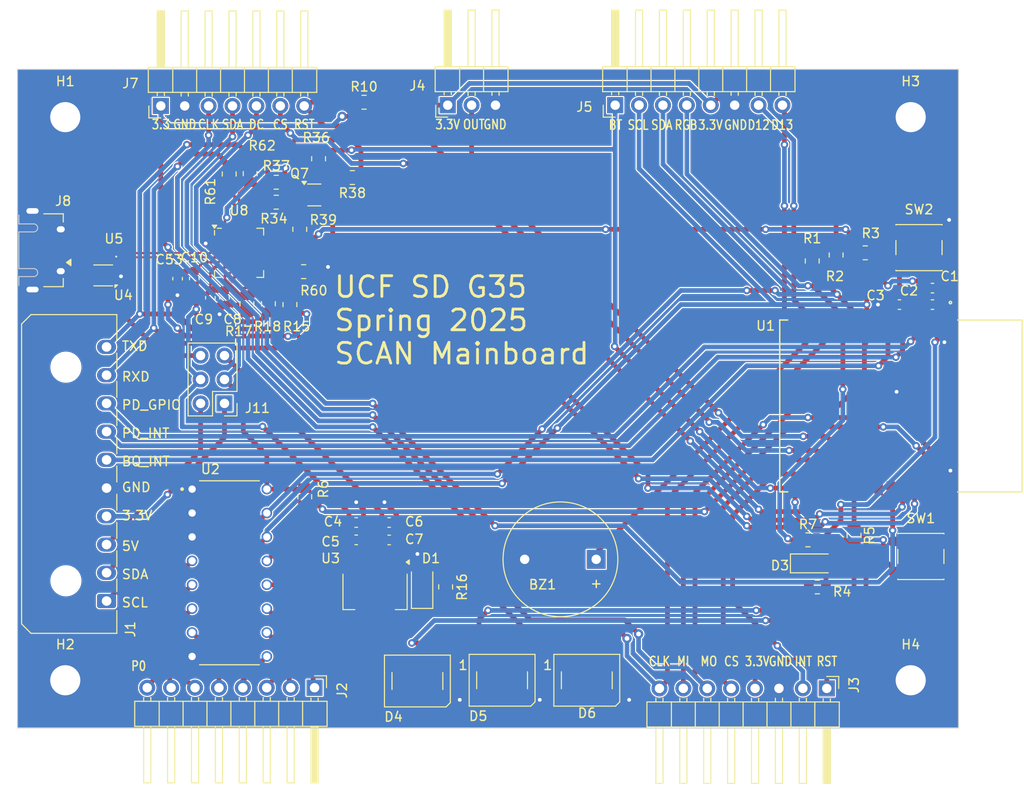
<source format=kicad_pcb>
(kicad_pcb (version 20240108) (generator "pcbnew") (generator_version "8.0")
  (title_block (title "SCAN") (date "2025-01-30") (rev "v1.0") (company "Jonah Sprandel"))
  (layers (0 "F.Cu" signal) (31 "B.Cu" signal) (34 "B.Paste" user) (35 "F.Paste" user) (36 "B.SilkS" user "B.Silkscreen") (37 "F.SilkS" user "F.Silkscreen") (38 "B.Mask" user) (39 "F.Mask" user) (44 "Edge.Cuts" user))
  (net 0 "")
  (net 1 "/RGB_1")
  (net 2 "/RGB_12")
  (net 3 "AGND")
  (net 4 "/RGB_23")
  (net 6 "/P2")
  (net 7 "/P4")
  (net 8 "/TFT_RESET_N")
  (net 9 "/P7")
  (net 10 "/P3")
  (net 11 "/P6")
  (net 12 "/P0")
  (net 13 "3.3V_SYS")
  (net 14 "/P5")
  (net 15 "/Auto Download/RTS")
  (net 16 "/Auto Download/DTR")
  (net 17 "/P1")
  (net 18 "/BQ25798_INT")
  (net 19 "/I2C_SDA")
  (net 20 "/I2C_SCL")
  (net 21 "/CHIP_PU")
  (net 22 "/KEYPAD_INT")
  (net 23 "/GPIO12_BREAKOUT")
  (net 24 "/GPIO13_BREAKOUT")
  (net 25 "/UART_RXD")
  (net 26 "/PD_GPIO")
  (net 27 "/SPI_MISO")
  (net 28 "/PD_INT")
  (net 29 "/UART_TXD")
  (net 30 "/PIR_OUT")
  (net 31 "/SPI_CLK")
  (net 33 "/BUZZER_PWM")
  (net 34 "/TFT_DC")
  (net 35 "/BOOT")
  (net 36 "/SPI_MOSI")
  (net 37 "/TFT_CS")
  (net 38 "Net-(Q7A-B1)")
  (net 39 "Net-(Q7B-B2)")
  (net 40 "Net-(Q7B-C2)")
  (net 41 "Net-(Q7A-C1)")
  (net 56 "/USB-to-UART Bridge/VDD")
  (net 59 "5V_SYS")
  (net 60 "Net-(D1-A)")
  (net 61 "/NFC_INT")
  (net 62 "/NFC_RST")
  (net 63 "/SPI_CS")
  (net 64 "/USB-to-UART Bridge/TXD")
  (net 65 "/USB-to-UART Bridge/RXD")
  (net 66 "/RGB_CTRL")
  (net 68 "/MICRO_USB_D-")
  (net 69 "/MICRO_USB_D+")
  (net 70 "/USB-to-UART Bridge/RST")
  (net 71 "/USB-to-UART Bridge/VBUS_SNS")
  (net 72 "Net-(R37-Pad2)")
  (net 73 "/USB-to-UART Bridge/SUSPEND")
  (net 74 "3.3V_LDO_OUT")
  (net 75 "VBUS")
  (net 76 "5V_PWR_BRD")
  (net 77 "3.3V_PWR_BRD")
  (footprint "LED_SMD:LED_WS2812B_PLCC4_5.0x5.0mm_P3.2mm" (layer "F.Cu") (at 148.35 127)
    (property "Reference" "D5")
    (property "Value" "FAILURE_LED")
  )
  (footprint "Resistor_SMD:R_0805_2012Metric" (layer "F.Cu") (at 127.38 107.4925 -90)
    (property "Reference" "R6")
    (property "Value" "10k")
  )
  (footprint "Connector_PinHeader_2.54mm:PinHeader_1x08_P2.54mm_Horizontal" (layer "F.Cu") (at 160.365 65.89 90)
    (property "Reference" "J5")
    (property "Value" "DEBUG_BREAKOUT")
  )
  (footprint "Resistor_SMD:R_0805_2012Metric" (layer "F.Cu") (at 127.2625 83.58)
    (property "Reference" "R60")
    (property "Value" "0Ω")
  )
  (footprint "Resistor_SMD:R_0805_2012Metric" (layer "F.Cu") (at 186.9375 81.58 180)
    (property "Reference" "R3")
    (property "Value" "10k")
  )
  (footprint "Buzzer_Beeper:Buzzer_12x9.5RM7.6" (layer "F.Cu") (at 158.35 114.15 180)
    (property "Reference" "BZ1")
    (property "Value" "Buzzer")
  )
  (footprint "Resistor_SMD:R_0805_2012Metric" (layer "F.Cu") (at 180.85 112.08)
    (property "Reference" "R7")
    (property "Value" "3.3k")
  )
  (footprint "MountingHole:MountingHole_3.2mm_M3_DIN965_Pad" (layer "F.Cu") (at 101.93 67.16)
    (property "Reference" "H1")
    (property "Value" "MountingHole_Pad")
  )
  (footprint "Resistor_SMD:R_0805_2012Metric" (layer "F.Cu") (at 121.58 73.16 90)
    (property "Reference" "R62")
    (property "Value" "0Ω")
  )
  (footprint "LED_SMD:LED_WS2812B_PLCC4_5.0x5.0mm_P3.2mm" (layer "F.Cu") (at 139.35 127.08)
    (property "Reference" "D4")
    (property "Value" "SUCCESS_LED")
  )
  (footprint "Resistor_SMD:R_0805_2012Metric" (layer "F.Cu") (at 183.845 81.81 -90)
    (property "Reference" "R2")
    (property "Value" "2.2k")
  )
  (footprint "Connector_USB:USB_Micro-AB_Molex_47590-0001" (layer "F.Cu") (at 98.1 81.305 -90)
    (property "Reference" "J8")
    (property "Value" "USB_B_Micro")
    (fp_line (start -3.75 1.1) (end -2.8 1.1) (stroke (width 0.1)) (layer "Edge.Cuts"))
    (fp_line (start -1.95 1.1) (end 1.95 1.1) (stroke (width 0.1)) (layer "Edge.Cuts"))
    (fp_line (start 2.8 1.1) (end 3.75 1.1) (stroke (width 0.1)) (layer "Edge.Cuts"))
    (fp_line (start -2.8 -0.475) (end -2.8 1.1) (stroke (width 0.1)) (layer "Edge.Cuts"))
    (fp_line (start -1.95 -0.475) (end -1.95 1.1) (stroke (width 0.1)) (layer "Edge.Cuts"))
    (fp_line (start 1.95 -0.475) (end 1.95 1.1) (stroke (width 0.1)) (layer "Edge.Cuts"))
    (fp_line (start 2.8 -0.475) (end 2.8 1.1) (stroke (width 0.1)) (layer "Edge.Cuts"))
    (fp_arc (start -2.8 -0.475) (mid -2.375 -0.9) (end -1.95 -0.475) (stroke (width 0.1)) (layer "Edge.Cuts"))
    (fp_arc (start 1.95 -0.475) (mid 2.375 -0.9) (end 2.8 -0.475) (stroke (width 0.1)) (layer "Edge.Cuts"))
  )
  (footprint "LED_SMD:LED_WS2812B_PLCC4_5.0x5.0mm_P3.2mm" (layer "F.Cu") (at 157.35 127)
    (property "Reference" "D6")
    (property "Value" "ADMIN_LED")
  )
  (footprint "SCAN_footprints:ESP32-C6-WROOM-1-N8" (layer "F.Cu") (at 190.73 97.85 -90)
    (property "Reference" "U1")
    (property "Value" "ESP32-C6-WROOM-1-N8")
  )
  (footprint "SCAN_footprints:DMY0003A" (layer "F.Cu") (at 106.724999 81.979999 180)
    (property "Reference" "U5")
    (property "Value" "ESD122DMYR" (hide yes))
  )
  (footprint "Resistor_SMD:R_0805_2012Metric" (layer "F.Cu") (at 133.68 65.58)
    (property "Reference" "R10")
    (property "Value" "10k")
  )
  (footprint "MountingHole:MountingHole_3.2mm_M3_DIN965_Pad" (layer "F.Cu") (at 191.77 127)
    (property "Reference" "H4")
    (property "Value" "MountingHole_Pad")
  )
  (footprint "Capacitor_SMD:C_0603_1608Metric" (layer "F.Cu") (at 115.646 84.305 -90)
    (property "Reference" "C10")
    (property "Value" "4.7u")
  )
  (footprint "SCAN_footprints:SW_SPST_PTS647_Sx38" (layer "F.Cu") (at 192.85 113.845)
    (property "Reference" "SW1")
    (property "Value" "RST_SWITCH")
  )
  (footprint "MountingHole:MountingHole_3.2mm_M3_DIN965_Pad" (layer "F.Cu") (at 191.77 67.16)
    (property "Reference" "H3")
    (property "Value" "MountingHole_Pad")
  )
  (footprint "Resistor_SMD:R_0805_2012Metric" (layer "F.Cu") (at 121.234 86.9925 90)
    (property "Reference" "R17")
    (property "Value" "47.5k")
  )
  (footprint "Diode_SMD:D_SOD-123" (layer "F.Cu") (at 181.35 114.58)
    (property "Reference" "D3")
    (property "Value" "1N4148W")
  )
  (footprint "Capacitor_SMD:C_0603_1608Metric" (layer "F.Cu") (at 117.35 86.355 -90)
    (property "Reference" "C9")
    (property "Value" "4.7u")
  )
  (footprint "Capacitor_SMD:C_0603_1608Metric" (layer "F.Cu") (at 113.868 84.328 -90)
    (property "Reference" "C53")
    (property "Value" ".1u")
  )
  (footprint "Connector_PinHeader_2.54mm:PinHeader_1x03_P2.54mm_Horizontal" (layer "F.Cu") (at 142.57 65.89 90)
    (property "Reference" "J4")
    (property "Value" "PIR_CONN")
  )
  (footprint "Resistor_SMD:R_0805_2012Metric" (layer "F.Cu") (at 181.305 82.445 -90)
    (property "Reference" "R1")
    (property "Value" "2.2k" (hide yes))
  )
  (footprint "Connector_PinHeader_2.54mm:PinHeader_1x08_P2.54mm_Horizontal" (layer "F.Cu") (at 182.85 127.865 -90)
    (property "Reference" "J3")
    (property "Value" "PN532_CONN")
  )
  (footprint "SCAN_footprints:DIP794W45P254L1969H508Q16" (layer "F.Cu") (at 119.38 115.58)
    (property "Reference" "U2")
    (property "Value" "PCF8574" (hide yes))
  )
  (footprint "Package_SON:WSON-6-1EP_2x2mm_P0.65mm_EP1x1.6mm" (layer "F.Cu") (at 105.9625 83.98 180)
    (property "Reference" "U4")
    (property "Value" "TVS2200DRV")
  )
  (footprint "Connector_PinHeader_2.54mm:PinHeader_1x07_P2.54mm_Horizontal" (layer "F.Cu") (at 112.085 65.97 90)
    (property "Reference" "J7")
    (property "Value" "TFT_CONN")
  )
  (footprint "Resistor_SMD:R_0805_2012Metric" (layer "F.Cu") (at 185.75 111.61 -90)
    (property "Reference" "R5")
    (property "Value" "10k")
  )
  (footprint "Capacitor_SMD:C_0603_1608Metric" (layer "F.Cu") (at 136.35 112.09)
    (property "Reference" "C7")
    (property "Value" "100nF")
  )
  (footprint "Connector_PinHeader_2.54mm:PinHeader_1x08_P2.54mm_Horizontal" (layer "F.Cu") (at 128.42 127.795 -90)
    (property "Reference" "J2")
    (property "Value" "KEYPAD_CONN")
  )
  (footprint "Resistor_SMD:R_0805_2012Metric" (layer "F.Cu") (at 126.85 79.08 -90)
    (property "Reference" "R39")
    (property "Value" "0Ω")
  )
  (footprint "Resistor_SMD:R_0805_2012Metric" (layer "F.Cu") (at 119.35 73.2 90)
    (property "Reference" "R61")
    (property "Value" "0Ω")
  )
  (footprint "Resistor_SMD:R_0805_2012Metric" (layer "F.Cu") (at 123.52 86.9925 -90)
    (property "Reference" "R18")
    (property "Value" "22.1k")
  )
  (footprint "Connector_Molex:Molex_Micro-Fit_3.0_43650-1000_1x10_P3.00mm_Horizontal" (layer "F.Cu") (at 106.32 118.58 90)
    (property "Reference" "J1")
    (property "Value" "Conn_01x10")
  )
  (footprint "LED_SMD:LED_1206_3216Metric" (layer "F.Cu") (at 139.85 117.08 90)
    (property "Reference" "D1")
    (property "Value" "LED")
  )
  (footprint "Resistor_SMD:R_0805_2012Metric" (layer "F.Cu") (at 125.806 87.08 90)
    (property "Reference" "R15")
    (property "Value" "1k")
  )
  (footprint "SCAN_footprints:SW_SPST_PTS647_Sx38" (layer "F.Cu") (at 192.65 81.026)
    (property "Reference" "SW2")
    (property "Value" "SW_Push")
  )
  (footprint "Package_DFN_QFN:QFN-28-1EP_5x5mm_P0.5mm_EP3.35x3.35mm" (layer "F.Cu") (at 120.4 81.58)
    (property "Reference" "U8")
    (property "Value" "CP2102N-A02-xQFN28")
  )
  (footprint "Resistor_SMD:R_0805_2012Metric" (layer "F.Cu") (at 181.85 117.08)
    (property "Reference" "R4")
    (property "Value" "10k")
  )
  (footprint "Resistor_SMD:R_0805_2012Metric" (layer "F.Cu") (at 128.85 71.58 90)
    (property "Reference" "R36")
    (property "Value" "0Ω")
  )
  (footprint "Capacitor_SMD:C_0603_1608Metric" (layer "F.Cu") (at 190.576 87.08 180)
    (property "Reference" "C3")
    (property "Value" "1u")
  )
  (footprint "Capacitor_SMD:C_0603_1608Metric" (layer "F.Cu") (at 132.85 110.236)
    (property "Reference" "C4")
    (property "Value" "10uF")
  )
  (footprint "MountingHole:MountingHole_3.2mm_M3_DIN965_Pad" (layer "F.Cu") (at 101.93 127)
    (property "Reference" "H2")
    (property "Value" "MountingHole_Pad")
  )
  (footprint "Resistor_SMD:R_0805_2012Metric" (layer "F.Cu") (at 124.35 74.08 180)
    (property "Reference" "R37")
    (property "Value" "10k")
  )
  (footprint "Resistor_SMD:R_0805_2012Metric" (layer "F.Cu") (at 124.35 76.2)
    (property "Reference" "R34")
    (property "Value" "10k")
  )
  (footprint "Package_TO_SOT_SMD:SOT-223-3_TabPin2" (layer "F.Cu") (at 134.85 117.58 -90)
    (property "Reference" "U3")
    (property "Value" "AMS1117-3.3")
  )
  (footprint "Resistor_SMD:R_0805_2012Metric" (layer "F.Cu") (at 132.4375 73.58 180)
    (property "Reference" "R38")
    (property "Value" "0Ω")
  )
  (footprint "Resistor_SMD:R_0805_2012Metric" (layer "F.Cu") (at 142.35 117.08 90)
    (property "Reference" "R16")
    (property "Value" "120")
  )
  (footprint "Package_TO_SOT_SMD:SOT-363_SC-70-6" (layer "F.Cu") (at 128.4 75.43)
    (property "Reference" "Q7")
    (property "Value" "BC847BDW1")
  )
  (footprint "Capacitor_SMD:C_0603_1608Metric" (layer "F.Cu") (at 118.85 86.355 -90)
    (property "Reference" "C8")
    (property "Value" ".1u")
  )
  (footprint "Capacitor_SMD:C_0603_1608Metric" (layer "F.Cu") (at 132.85 112.08)
    (property "Reference" "C5")
    (property "Value" "100nF")
  )
  (footprint "Capacitor_SMD:C_0603_1608Metric" (layer "F.Cu") (at 136.35 110.236)
    (property "Reference" "C6")
    (property "Value" "10uF")
  )
  (footprint "Connector_PinHeader_2.54mm:PinHeader_2x03_P2.54mm_Vertical" (layer "F.Cu") (at 118.85 97.58 180)
    (property "Reference" "J11")
    (property "Value" "PWR_MUX")
  )
  (footprint "Capacitor_SMD:C_0603_1608Metric" (layer "F.Cu") (at 194.084 85.33)
    (property "Reference" "C1")
    (property "Value" "10u")
  )
  (footprint "Capacitor_SMD:C_0603_1608Metric" (layer "F.Cu") (at 194.084 87.08)
    (property "Reference" "C2")
    (property "Value" "0.1u")
  )
  (gr_rect (start 96.85 62.08) (end 196.85 132.08) (stroke (width 0.1)) (fill none) (layer "Edge.Cuts"))
  (gr_text "3.3V" (at 142.57 67.945 0) (layer "F.SilkS") (effects (font (size 1 0.8))))
  (gr_text "OUT" (at 145.35 67.945 0) (layer "F.SilkS") (effects (font (size 1 0.8))))
  (gr_text "GND" (at 171.85 68.58 0) (layer "F.SilkS") (effects (font (size 1 0.8)) (justify left bottom)))
  (gr_text "5V" (at 107.85 113.33 0) (layer "F.SilkS") (effects (font (size 1 1)) (justify left bottom)))
  (gr_text "SDA" (at 164.1 68.58 0) (layer "F.SilkS") (effects (font (size 1 0.8)) (justify left bottom)))
  (gr_text "P0" (at 108.85 126.08 0) (layer "F.SilkS") (effects (font (size 1 0.8)) (justify left bottom)))
  (gr_text "D13" (at 176.85 68.58 0) (layer "F.SilkS") (effects (font (size 1 0.8)) (justify left bottom)))
  (gr_text "3.3V" (at 107.85 110.08 0) (layer "F.SilkS") (effects (font (size 1 1)) (justify left bottom)))
  (gr_text "3.3" (at 112.09 67.945 0) (layer "F.SilkS") (effects (font (size 1 0.8))))
  (gr_text "3.3V" (at 169.1 68.58 0) (layer "F.SilkS") (effects (font (size 1 0.8)) (justify left bottom)))
  (gr_text "INT" (at 179.35 125.58 0) (layer "F.SilkS") (effects (font (size 1 0.8)) (justify left bottom)))
  (gr_text "RGB" (at 166.6 68.58 0) (layer "F.SilkS") (effects (font (size 1 0.8)) (justify left bottom)))
  (gr_text "SCL" (at 107.85 119.33 0) (layer "F.SilkS") (effects (font (size 1 1)) (justify left bottom)))
  (gr_text "PD_INT" (at 107.85 101.33 0) (layer "F.SilkS") (effects (font (size 1 1)) (justify left bottom)))
  (gr_text "MO" (at 169.35 125.58 0) (layer "F.SilkS") (effects (font (size 1 0.8)) (justify left bottom)))
  (gr_text "BQ_INT" (at 107.85 104.33 0) (layer "F.SilkS") (effects (font (size 1 1)) (justify left bottom)))
  (gr_text "MI" (at 166.85 125.58 0) (layer "F.SilkS") (effects (font (size 1 0.8)) (justify left bottom)))
  (gr_text "RXD" (at 107.85 95.33 0) (layer "F.SilkS") (effects (font (size 1 1)) (justify left bottom)))
  (gr_text "PD_GPIO" (at 107.85 98.33 0) (layer "F.SilkS") (effects (font (size 1 1)) (justify left bottom)))
  (gr_text "TXD" (at 107.85 92.08 0) (layer "F.SilkS") (effects (font (size 1 1)) (justify left bottom)))
  (gr_text "UCF SD G35\nSpring 2025\nSCAN Mainboard" (at 130.35 93.58 0) (layer "F.SilkS") (effects (font (size 2.2 2.2) (thickness 0.3) (bold yes)) (justify left bottom)))
  (gr_text "CS" (at 171.85 125.58 0) (layer "F.SilkS") (effects (font (size 1 0.8)) (justify left bottom)))
  (gr_text "SDA" (at 119.71 67.945 0) (layer "F.SilkS") (effects (font (size 1 0.8))))
  (gr_text "GND" (at 176.606 125.58 0) (layer "F.SilkS") (effects (font (size 1 0.8)) (justify left bottom)))
  (gr_text "GND" (at 114.63 67.945 0) (layer "F.SilkS") (effects (font (size 1 0.8))))
  (gr_text "CLK" (at 117.17 67.945 0) (layer "F.SilkS") (effects (font (size 1 0.8))))
  (gr_text "RST" (at 127.33 67.945 0) (layer "F.SilkS") (effects (font (size 1 0.8))))
  (gr_text "SCL" (at 161.6 68.58 0) (layer "F.SilkS") (effects (font (size 1 0.8)) (justify left bottom)))
  (gr_text "D12" (at 174.35 68.58 0) (layer "F.SilkS") (effects (font (size 1 0.8)) (justify left bottom)))
  (gr_text "DC" (at 122.25 67.945 0) (layer "F.SilkS") (effects (font (size 1 0.8))))
  (gr_text "CLK" (at 163.85 125.58 0) (layer "F.SilkS") (effects (font (size 1 0.8)) (justify left bottom)))
  (gr_text "BT" (at 159.6 68.58 0) (layer "F.SilkS") (effects (font (size 1 0.8)) (justify left bottom)))
  (gr_text "SDA" (at 107.85 116.33 0) (layer "F.SilkS") (effects (font (size 1 1)) (justify left bottom)))
  (gr_text "GND" (at 107.85 107.08 0) (layer "F.SilkS") (effects (font (size 1 1)) (justify left bottom)))
  (gr_text "GND" (at 147.6 67.945 0) (layer "F.SilkS") (effects (font (size 1 0.8))))
  (gr_text "RST" (at 181.686 125.58 0) (layer "F.SilkS") (effects (font (size 1 0.8)) (justify left bottom)))
  (gr_text "3.3V" (at 174.066 125.58 0) (layer "F.SilkS") (effects (font (size 1 0.8)) (justify left bottom)))
  (gr_text "CS" (at 124.79 67.945 0) (layer "F.SilkS") (effects (font (size 1 0.8))))
  (segment (start 179.1925 120.65) (end 182.7625 117.08) (width 0.5) (layer "F.Cu") (net 1))
  (segment (start 139.41 123.04) (end 138.76 123.04) (width 0.5) (layer "F.Cu") (net 1))
  (segment (start 182.7625 114.8175) (end 183 114.58) (width 0.5) (layer "F.Cu") (net 1))
  (segment (start 141.8 125.43) (end 139.41 123.04) (width 0.5) (layer "F.Cu") (net 1))
  (segment (start 176.35 120.65) (end 179.1925 120.65) (width 0.5) (layer "F.Cu") (net 1))
  (segment (start 182.7625 117.08) (end 182.7625 114.8175) (width 0.5) (layer "F.Cu") (net 1))
  (via (at 176.35 120.65) (size 0.8) (drill 0.4) (layers "F.Cu" "B.Cu") (net 1))
  (via (at 138.76 123.04) (size 0.8) (drill 0.4) (layers "F.Cu" "B.Cu") (net 1))
  (segment (start 141.15 120.65) (end 138.76 123.04) (width 0.5) (layer "B.Cu") (net 1))
  (segment (start 176.35 120.65) (end 141.15 120.65) (width 0.5) (layer "B.Cu") (net 1))
  (segment (start 138.122 127.508) (end 145.618 127.508) (width 0.5) (layer "F.Cu") (net 2))
  (segment (start 147.776 125.35) (end 150.8 125.35) (width 0.5) (layer "F.Cu") (net 2))
  (segment (start 136.9 128.73) (end 138.122 127.508) (width 0.5) (layer "F.Cu") (net 2))
  (segment (start 145.618 127.508) (end 147.776 125.35) (width 0.5) (layer "F.Cu") (net 2))
  (segment (start 137.125 109.355) (end 135.85 108.08) (width 0.5) (layer "F.Cu") (net 3))
  (segment (start 116.85 80.58) (end 117.35 81.08) (width 0.25) (layer "F.Cu") (net 3))
  (segment (start 137.15 114.43) (end 137.15 112.115) (width 0.5) (layer "F.Cu") (net 3))
  (segment (start 133.625 110.236) (end 133.625 108.855) (width 0.5) (layer "F.Cu") (net 3))
  (segment (start 189.801 87.08) (end 188.29 87.08) (width 0.5) (layer "F.Cu") (net 3))
  (segment (start 113.868 85.103) (end 113.868 86.062) (width 0.5) (layer "F.Cu") (net 3))
  (segment (start 194.859 87.08) (end 195.91 88.131) (width 0.5) (layer "F.Cu") (net 3))
  (segment (start 159.8 128.65) (end 161.42 128.65) (width 0.5) (layer "F.Cu") (net 3))
  (segment (start 151.92 128.65) (end 152.35 129.08) (width 0.5) (layer "F.Cu") (net 3))
  (segment (start 195.99 89.1) (end 195.99 90.44) (width 0.5) (layer "F.Cu") (net 3))
  (segment (start 137.125 111.08) (end 137.125 109.355) (width 0.5) (layer "F.Cu") (net 3))
  (segment (start 101.125 79.405) (end 101.45 79.08) (width 0.5) (layer "F.Cu") (net 3))
  (segment (start 120.459 87.13) (end 121.234 87.905) (width 0.5) (layer "F.Cu") (net 3))
  (segment (start 138.5 114.43) (end 139.35 113.58) (width 0.5) (layer "F.Cu") (net 3))
  (segment (start 118.325 88.105) (end 117.35 87.13) (width 0.5) (layer "F.Cu") (net 3))
  (segment (start 137.15 112.115) (end 137.125 112.09) (width 0.5) (layer "F.Cu") (net 3))
  (segment (start 106.85 83.33) (end 106.85 83.98) (width 0.5) (layer "F.Cu") (net 3))
  (segment (start 195.99 106.6) (end 195.99 104.72) (width 0.5) (layer "F.Cu") (net 3))
  (segment (start 195.475 112.245) (end 195.99 111.73) (width 0.5) (layer "F.Cu") (net 3))
  (segment (start 194.859 87.08) (end 194.859 85.33) (width 0.5) (layer "F.Cu") (net 3))
  (segment (start 143.5 128.73) (end 143.85 129.08) (width 0.5) (layer "F.Cu") (net 3))
  (segment (start 137.125 112.09) (end 137.125 111.08) (width 0.5) (layer "F.Cu") (net 3))
  (segment (start 106.85 83.98) (end 105.9625 83.98) (width 0.5) (layer "F.Cu") (net 3))
  (segment (start 106.85 83.98) (end 106.85 84.63) (width 0.5) (layer "F.Cu") (net 3))
  (segment (start 141.8 128.73) (end 143.5 128.73) (width 0.5) (layer "F.Cu") (net 3))
  (segment (start 137.15 115.78) (end 139.85 118.48) (width 0.5) (layer "F.Cu") (net 3))
  (segment (start 113.868 86.062) (end 113.85 86.08) (width 0.5) (layer "F.Cu") (net 3))
  (segment (start 117.35 81.08) (end 117.95 81.08) (width 0.25) (layer "F.Cu") (net 3))
  (segment (start 137.15 114.43) (end 138.5 114.43) (width 0.5) (layer "F.Cu") (net 3))
  (segment (start 195.275 79.426) (end 195.85 78.851) (width 0.5) (layer "F.Cu") (net 3))
  (segment (start 107.75 83.98) (end 107.85 84.08) (width 0.5) (layer "F.Cu") (net 3))
  (segment (start 118.85 87.13) (end 120.459 87.13) (width 0.5) (layer "F.Cu") (net 3))
  (segment (start 150.8 128.65) (end 151.92 128.65) (width 0.5) (layer "F.Cu") (net 3))
  (segment (start 129.35 83.58) (end 129.85 83.08) (width 0.5) (layer "F.Cu") (net 3))
  (segment (start 133.625 112.08) (end 133.625 110.236) (width 0.5) (layer "F.Cu") (net 3))
  (segment (start 195.91 88.131) (end 195.91 89.02) (width 0.5) (layer "F.Cu") (net 3))
  (segment (start 106.85 83.98) (end 107.75 83.98) (width 0.5) (layer "F.Cu") (net 3))
  (segment (start 128.175 83.58) (end 129.35 83.58) (width 0.5) (layer "F.Cu") (net 3))
  (segment (start 101.125 80.005) (end 101.125 79.405) (width 0.5) (layer "F.Cu") (net 3))
  (segment (start 115.623 85.103) (end 115.646 85.08) (width 0.5) (layer "F.Cu") (net 3))
  (segment (start 195.99 111.73) (end 195.99 106.6) (width 0.5) (layer "F.Cu") (net 3))
  (segment (start 133.625 108.855) (end 132.85 108.08) (width 0.5) (layer "F.Cu") (net 3))
  (segment (start 190.225 112.245) (end 195.475 112.245) (width 0.5) (layer "F.Cu") (net 3))
  (segment (start 195.85 78.851) (end 195.85 78.08) (width 0.5) (layer "F.Cu") (net 3))
  (segment (start 195.91 89.02) (end 195.99 89.1) (width 0.5) (layer "F.Cu") (net 3))
  (segment (start 107.35 81.979999) (end 106.85 81.979999) (width 0.25) (layer "F.Cu") (net 3))
  (segment (start 99.75 80.005) (end 101.125 80.005) (width 0.5) (layer "F.Cu") (net 3))
  (segment (start 195.99 90.44) (end 195.35 91.08) (width 0.5) (layer "F.Cu") (net 3))
  (segment (start 113.868 85.103) (end 115.623 85.103) (width 0.5) (layer "F.Cu") (net 3))
  (segment (start 190.025 79.426) (end 195.275 79.426) (width 0.5) (layer "F.Cu") (net 3))
  (segment (start 161.42 128.65) (end 161.85 129.08) (width 0.5) (layer "F.Cu") (net 3))
  (segment (start 98.45 81.305) (end 99.75 80.005) (width 0.5) (layer "F.Cu") (net 3))
  (segment (start 117.95 81.08) (end 119.9 81.08) (width 0.25) (layer "F.Cu") (net 3))
  (segment (start 137.15 114.43) (end 137.15 115.78) (width 0.5) (layer "F.Cu") (net 3))
  (segment (start 119.9 81.08) (end 120.4 81.58) (width 0.25) (layer "F.Cu") (net 3))
  (segment (start 137.125 111.08) (end 137.125 110.236) (width 0.5) (layer "F.Cu") (net 3))
  (segment (start 117.35 87.13) (end 118.85 87.13) (width 0.5) (layer "F.Cu") (net 3))
  (via (at 116.85 80.58) (size 0.8) (drill 0.4) (layers "F.Cu" "B.Cu") (net 3))
  (via (at 118.325 88.105) (size 0.8) (drill 0.4) (layers "F.Cu" "B.Cu") (net 3))
  (via (at 190.27 96.345) (size 0.8) (drill 0.4) (layers "F.Cu" "B.Cu") (net 3))
  (via (at 195.99 104.72) (size 0.8) (drill 0.4) (layers "F.Cu" "B.Cu") (net 3))
  (via (at 195.85 78.08) (size 0.8) (drill 0.4) (layers "F.Cu" "B.Cu") (net 3))
  (via (at 139.35 113.58) (size 0.8) (drill 0.4) (layers "F.Cu" "B.Cu") (net 3))
  (via (at 161.85 129.08) (size 0.8) (drill 0.4) (layers "F.Cu" "B.Cu") (net 3))
  (via (at 135.85 108.08) (size 0.8) (drill 0.4) (layers "F.Cu" "B.Cu") (net 3))
  (via (at 188.29 87.08) (size 0.8) (drill 0.4) (layers "F.Cu" "B.Cu") (net 3))
  (via (at 107.35 81.979999) (size 0.5) (drill 0.2) (layers "F.Cu" "B.Cu") (net 3))
  (via (at 132.85 108.08) (size 0.8) (drill 0.4) (layers "F.Cu" "B.Cu") (net 3))
  (via (at 143.85 129.08) (size 0.8) (drill 0.4) (layers "F.Cu" "B.Cu") (net 3))
  (via (at 195.35 91.08) (size 0.8) (drill 0.4) (layers "F.Cu" "B.Cu") (net 3))
  (via (at 113.85 86.08) (size 0.8) (drill 0.4) (layers "F.Cu" "B.Cu") (net 3))
  (via (at 107.85 84.08) (size 0.8) (drill 0.4) (layers "F.Cu" "B.Cu") (net 3))
  (via (at 129.85 83.08) (size 0.8) (drill 0.4) (layers "F.Cu" "B.Cu") (net 3))
  (via (at 152.35 129.08) (size 0.8) (drill 0.4) (layers "F.Cu" "B.Cu") (net 3))
  (segment (start 145.9 128.65) (end 147.47 127.08) (width 0.5) (layer "F.Cu") (net 4))
  (segment (start 147.47 127.08) (end 158.07 127.08) (width 0.5) (layer "F.Cu") (net 4))
  (segment (start 158.07 127.08) (end 159.8 125.35) (width 0.5) (layer "F.Cu") (net 4))
  (segment (start 114.395 120.405) (end 114.395 126.62) (width 0.5) (layer "F.Cu") (net 6))
  (segment (start 114.395 126.62) (end 115.57 127.795) (width 0.5) (layer "F.Cu") (net 6))
  (segment (start 115.41 119.39) (end 114.395 120.405) (width 0.5) (layer "F.Cu") (net 6))
  (segment (start 120.8 127.02) (end 123.35 124.47) (width 0.5) (layer "F.Cu") (net 7))
  (segment (start 120.8 127.795) (end 120.8 127.02) (width 0.5) (layer "F.Cu") (net 7))
  (segment (start 184.56 105.3507) (end 181.7893 102.58) (width 0.5) (layer "F.Cu") (net 8))
  (segment (start 170.35 99.58) (end 170.35 99.466156) (width 0.5) (layer "F.Cu") (net 8))
  (segment (start 132.7675 65.58) (end 127.715 65.58) (width 0.5) (layer "F.Cu") (net 8))
  (segment (start 170.35 99.466156) (end 138.963844 68.08) (width 0.5) (layer "F.Cu") (net 8))
  (segment (start 129.435 68.08) (end 127.325 65.97) (width 0.5) (layer "F.Cu") (net 8))
  (segment (start 138.963844 68.08) (end 129.435 68.08) (width 0.5) (layer "F.Cu") (net 8))
  (segment (start 127.715 65.58) (end 127.325 65.97) (width 0.5) (layer "F.Cu") (net 8))
  (segment (start 184.56 106.6) (end 184.56 105.3507) (width 0.5) (layer "F.Cu") (net 8))
  (segment (start 181.7893 102.58) (end 178.85 102.58) (width 0.5) (layer "F.Cu") (net 8))
  (via (at 170.35 99.58) (size 0.8) (drill 0.4) (layers "F.Cu" "B.Cu") (net 8))
  (via (at 178.85 102.58) (size 0.8) (drill 0.4) (layers "F.Cu" "B.Cu") (net 8))
  (segment (start 178.85 102.58) (end 174.251156 102.58) (width 0.5) (layer "B.Cu") (net 8))
  (segment (start 171.251156 99.58) (end 170.35 99.58) (width 0.5) (layer "B.Cu") (net 8))
  (segment (start 174.251156 102.58) (end 171.251156 99.58) (width 0.5) (layer "B.Cu") (net 8))
  (segment (start 128.27 118.27) (end 128.27 127.795) (width 0.5) (layer "F.Cu") (net 9))
  (segment (start 123.35 116.85) (end 126.85 116.85) (width 0.5) (layer "F.Cu") (net 9))
  (segment (start 126.85 116.85) (end 128.27 118.27) (width 0.5) (layer "F.Cu") (net 9))
  (segment (start 118.26 127.795) (end 118.26 124.78) (width 0.5) (layer "F.Cu") (net 10))
  (segment (start 118.26 124.78) (end 115.41 121.93) (width 0.5) (layer "F.Cu") (net 10))
  (segment (start 123.35 119.39) (end 125.73 121.77) (width 0.5) (layer "F.Cu") (net 11))
  (segment (start 125.73 121.77) (end 125.73 127.795) (width 0.5) (layer "F.Cu") (net 11))
  (segment (start 113.64 116.82) (end 111.88 118.58) (width 0.5) (layer "F.Cu") (net 12))
  (segment (start 113.64 116.08) (end 113.64 116.82) (width 0.5) (layer "F.Cu") (net 12))
  (segment (start 111.88 126.405) (end 110.49 127.795) (width 0.5) (layer "F.Cu") (net 12))
  (segment (start 115.41 114.31) (end 113.64 116.08) (width 0.5) (layer "F.Cu") (net 12))
  (segment (start 111.88 118.58) (end 111.88 126.405) (width 0.5) (layer "F.Cu") (net 12))
  (segment (start 181.7625 112.08) (end 185.3075 112.08) (width 0.5) (layer "F.Cu") (net 13))
  (segment (start 112.85 80.978) (end 112.085 80.213) (width 0.5) (layer "F.Cu") (net 13))
  (segment (start 191.9555 84.582) (end 192.561 84.582) (width 0.5) (layer "F.Cu") (net 13))
  (segment (start 189.35 85.08) (end 187.85 83.58) (width 0.5) (layer "F.Cu") (net 13))
  (segment (start 112.085 80.213) (end 112.085 65.97) (width 0.5) (layer "F.Cu") (net 13))
  (segment (start 140.99 65.58) (end 141.3 65.89) (width 0.5) (layer "F.Cu") (net 13))
  (segment (start 183.845 81.006138) (end 183.845 80.8975) (width 0.5) (layer "F.Cu") (net 13))
  (segment (start 185.75 121.135) (end 185.75 112.5225) (width 0.5) (layer "F.Cu") (net 13))
  (segment (start 192.561 84.582) (end 193.309 85.33) (width 0.5) (layer "F.Cu") (net 13))
  (segment (start 131.35 67.08) (end 133.35 67.08) (width 0.5) (layer "F.Cu") (net 13))
  (segment (start 175.23 125.685) (end 176.085 124.83) (width 0.5) (layer "F.Cu") (net 13))
  (segment (start 193.309 85.33) (end 193.309 87.08) (width 0.5) (layer "F.Cu") (net 13))
  (segment (start 123.35 103.08) (end 123.35 106.69) (width 0.5) (layer "F.Cu") (net 13))
  (segment (start 134.5925 65.58) (end 140.99 65.58) (width 0.5) (layer "F.Cu") (net 13))
  (segment (start 182.055 124.83) (end 185.75 121.135) (width 0.5) (layer "F.Cu") (net 13))
  (segment (start 118.85 95.04) (end 120.85 97.04) (width 0.5) (layer "F.Cu") (net 13))
  (segment (start 194.573 90.857) (end 194.35 91.08) (width 0.5) (layer "F.Cu") (net 13))
  (segment (start 183.845 69.751522) (end 183.845 80.8975) (width 0.5) (layer "F.Cu") (net 13))
  (segment (start 181.305 81.5325) (end 183.21 81.5325) (width 0.5) (layer "F.Cu") (net 13))
  (segment (start 170.525 65.89) (end 171.825 64.59) (width 0.5) (layer "F.Cu") (net 13))
  (segment (start 187.85 83.58) (end 187.85 81.58) (width 0.5) (layer "F.Cu") (net 13))
  (segment (start 178.683478 64.59) (end 183.845 69.751522) (width 0.5) (layer "F.Cu") (net 13))
  (segment (start 182.275 112.08) (end 184.35 110.005) (width 0.5) (layer "F.Cu") (net 13))
  (segment (start 194.72 89.1) (end 194.573 89.247) (width 0.5) (layer "F.Cu") (net 13))
  (segment (start 141.3 65.89) (end 142.57 65.89) (width 0.5) (layer "F.Cu") (net 13))
  (segment (start 123.35 106.69) (end 127.27 106.69) (width 0.5) (layer "F.Cu") (net 13))
  (segment (start 120.85 100.58) (end 123.35 103.08) (width 0.5) (layer "F.Cu") (net 13))
  (segment (start 176.085 124.83) (end 182.055 124.83) (width 0.5) (layer "F.Cu") (net 13))
  (segment (start 171.825 64.59) (end 178.683478 64.59) (width 0.5) (layer "F.Cu") (net 13))
  (segment (start 184.35 110.005) (end 184.35 108.33) (width 0.5) (layer "F.Cu") (net 13))
  (segment (start 194.573 89.247) (end 194.573 90.857) (width 0.5) (layer "F.Cu") (net 13))
  (segment (start 187.85 83.58) (end 186.418862 83.58) (width 0.5) (layer "F.Cu") (net 13))
  (segment (start 134.5925 65.8375) (end 134.5925 65.58) (width 0.5) (layer "F.Cu") (net 13))
  (segment (start 133.35 67.08) (end 134.5925 65.8375) (width 0.5) (layer "F.Cu") (net 13))
  (segment (start 120.85 97.04) (end 120.85 100.58) (width 0.5) (layer "F.Cu") (net 13))
  (segment (start 175.23 127.865) (end 175.23 125.685) (width 0.5) (layer "F.Cu") (net 13))
  (segment (start 186.418862 83.58) (end 183.845 81.006138) (width 0.5) (layer "F.Cu") (net 13))
  (segment (start 183.21 81.5325) (end 183.845 80.8975) (width 0.5) (layer "F.Cu") (net 13))
  (segment (start 185.3075 112.08) (end 185.75 112.5225) (width 0.5) (layer "F.Cu") (net 13))
  (segment (start 194.72 89.1) (end 194.72 88.491) (width 0.5) (layer "F.Cu") (net 13))
  (segment (start 181.7625 112.08) (end 182.275 112.08) (width 0.5) (layer "F.Cu") (net 13))
  (segment (start 127.27 106.69) (end 127.38 106.58) (width 0.5) (layer "F.Cu") (net 13))
  (segment (start 194.72 88.491) (end 193.309 87.08) (width 0.5) (layer "F.Cu") (net 13))
  (via (at 112.85 80.978) (size 0.8) (drill 0.4) (layers "F.Cu" "B.Cu") (net 13))
  (via (at 191.9555 84.582) (size 0.8) (drill 0.4) (layers "F.Cu" "B.Cu") (net 13))
  (via (at 131.35 67.08) (size 1) (drill 0.5) (layers "F.Cu" "B.Cu") (net 13))
  (via (at 189.35 85.08) (size 0.8) (drill 0.4) (layers "F.Cu" "B.Cu") (net 13))
  (via (at 194.35 91.08) (size 0.8) (drill 0.4) (layers "F.Cu" "B.Cu") (net 13))
  (via (at 184.35 108.33) (size 0.8) (drill 0.4) (layers "F.Cu" "B.Cu") (net 13))
  (segment (start 112.85 81.205) (end 120.35 88.705) (width 0.5) (layer "B.Cu") (net 13))
  (segment (start 120.35 93.54) (end 118.85 95.04) (width 0.5) (layer "B.Cu") (net 13))
  (segment (start 187.1 108.303) (end 187.073 108.33) (width 0.5) (layer "B.Cu") (net 13))
  (segment (start 131.35 67.08) (end 130.35 68.08) (width 0.5) (layer "B.Cu") (net 13))
  (segment (start 168.215 63.58) (end 170.525 65.89) (width 0.5) (layer "B.Cu") (net 13))
  (segment (start 191.9555 84.582) (end 189.848 84.582) (width 0.5) (layer "B.Cu") (net 13))
  (segment (start 144.88 63.58) (end 168.215 63.58) (width 0.5) (layer "B.Cu") (net 13))
  (segment (start 187.225844 108.303) (end 194.35 101.178844) (width 0.5) (layer "B.Cu") (net 13))
  (segment (start 130.35 68.08) (end 113.01 68.08) (width 0.5) (layer "B.Cu") (net 13))
  (segment (start 187.073 108.33) (end 184.35 108.33) (width 0.5) (layer "B.Cu") (net 13))
  (segment (start 112.09 67.16) (end 112.09 65.89) (width 0.5) (layer "B.Cu") (net 13))
  (segment (start 142.57 65.89) (end 144.88 63.58) (width 0.5) (layer "B.Cu") (net 13))
  (segment (start 187.1 108.303) (end 187.225844 108.303) (width 0.5) (layer "B.Cu") (net 13))
  (segment (start 194.35 101.178844) (end 194.35 91.08) (width 0.5) (layer "B.Cu") (net 13))
  (segment (start 113.01 68.08) (end 112.09 67.16) (width 0.5) (layer "B.Cu") (net 13))
  (segment (start 112.85 80.978) (end 112.85 81.205) (width 0.5) (layer "B.Cu") (net 13))
  (segment (start 189.848 84.582) (end 189.35 85.08) (width 0.5) (layer "B.Cu") (net 13))
  (segment (start 120.35 88.705) (end 120.35 93.54) (width 0.5) (layer "B.Cu") (net 13))
  (segment (start 123.35 121.93) (end 124.365 122.945) (width 0.5) (layer "F.Cu") (net 14))
  (segment (start 124.365 126.62) (end 123.19 127.795) (width 0.5) (layer "F.Cu") (net 14))
  (segment (start 124.365 122.945) (end 124.365 126.62) (width 0.5) (layer "F.Cu") (net 14))
  (segment (start 125.85 81.58) (end 124.35 80.08) (width 0.5) (layer "F.Cu") (net 15))
  (segment (start 120.9 78.6175) (end 123.3175 76.2) (width 0.25) (layer "F.Cu") (net 15))
  (segment (start 123.4375 77.6675) (end 123.4375 76.2) (width 0.5) (layer "F.Cu") (net 15))
  (segment (start 129.35 76.08) (end 130.35 77.08) (width 0.5) (layer "F.Cu") (net 15))
  (segment (start 128.85 81.58) (end 125.85 81.58) (width 0.5) (layer "F.Cu") (net 15))
  (segment (start 130.35 80.08) (end 128.85 81.58) (width 0.5) (layer "F.Cu") (net 15))
  (segment (start 123.3175 76.2) (end 123.4375 76.2) (width 0.25) (layer "F.Cu") (net 15))
  (segment (start 120.9 79.13) (end 120.9 78.6175) (width 0.25) (layer "F.Cu") (net 15))
  (segment (start 130.35 77.08) (end 130.35 80.08) (width 0.5) (layer "F.Cu") (net 15))
  (segment (start 124.35 78.58) (end 123.4375 77.6675) (width 0.5) (layer "F.Cu") (net 15))
  (segment (start 124.35 80.08) (end 124.35 78.58) (width 0.5) (layer "F.Cu") (net 15))
  (segment (start 118.9 78.03) (end 119.1 77.83) (width 0.25) (layer "F.Cu") (net 16))
  (segment (start 118.9 79.13) (end 118.9 78.03) (width 0.25) (layer "F.Cu") (net 16))
  (segment (start 125.6045 74.422) (end 125.2625 74.08) (width 0.5) (layer "F.Cu") (net 16))
  (segment (start 125.2625 74.08) (end 125.2625 72.6675) (width 0.5) (layer "F.Cu") (net 16))
  (segment (start 127.092 74.422) (end 125.6045 74.422) (width 0.5) (layer "F.Cu") (net 16))
  (segment (start 127.45 74.78) (end 127.092 74.422) (width 0.25) (layer "F.Cu") (net 16))
  (segment (start 125.2625 72.6675) (end 125.35 72.58) (width 0.5) (layer "F.Cu") (net 16))
  (via (at 119.1 77.83) (size 0.8) (drill 0.4) (layers "F.Cu" "B.Cu") (net 16))
  (via (at 125.35 72.58) (size 0.8) (drill 0.4) (layers "F.Cu" "B.Cu") (net 16))
  (segment (start 123.35 72.58) (end 119.1 76.83) (width 0.5) (layer "B.Cu") (net 16))
  (segment (start 119.1 76.83) (end 119.1 77.83) (width 0.5) (layer "B.Cu") (net 16))
  (segment (start 125.35 72.58) (end 123.35 72.58) (width 0.5) (layer "B.Cu") (net 16))
  (segment (start 113.03 119.23) (end 113.03 127.795) (width 0.5) (layer "F.Cu") (net 17))
  (segment (start 115.41 116.85) (end 113.03 119.23) (width 0.5) (layer "F.Cu") (net 17))
  (segment (start 188.35 93.58) (end 189.35 92.58) (width 0.5) (layer "F.Cu") (net 18))
  (segment (start 189.35 89.39) (end 189.64 89.1) (width 0.5) (layer "F.Cu") (net 18))
  (segment (start 189.35 92.58) (end 189.35 89.39) (width 0.5) (layer "F.Cu") (net 18))
  (via (at 188.35 93.58) (size 0.8) (drill 0.4) (layers "F.Cu" "B.Cu") (net 18))
  (segment (start 164.35 103.58) (end 106.32 103.58) (width 0.5) (layer "B.Cu") (net 18))
  (segment (start 188.35 93.58) (end 174.35 93.58) (width 0.5) (layer "B.Cu") (net 18))
  (segment (start 174.35 93.58) (end 164.35 103.58) (width 0.5) (layer "B.Cu") (net 18))
  (segment (start 177.35 85.58) (end 174.35 85.58) (width 0.5) (layer "F.Cu") (net 19))
  (segment (start 152.6 100.33) (end 152.6 100.303) (width 0.5) (layer "F.Cu") (net 19))
  (segment (start 147.85 105.08) (end 152.6 100.33) (width 0.5) (layer "F.Cu") (net 19))
  (segment (start 111.32 110.58) (end 122 110.58) (width 0.5) (layer "F.Cu") (net 19))
  (segment (start 122 110.58) (end 123.35 109.23) (width 0.5) (layer "F.Cu") (net 19))
  (segment (start 183.93875 85.99125) (end 185.83 87.8825) (width 0.5) (layer "F.Cu") (net 19))
  (segment (start 185.83 87.8825) (end 185.83 89.1) (width 0.5) (layer "F.Cu") (net 19))
  (segment (start 106.32 115.58) (end 111.32 110.58) (width 0.5) (layer "F.Cu") (net 19))
  (segment (start 181.305 83.3575) (end 183.93875 85.99125) (width 0.5) (layer "F.Cu") (net 19))
  (via (at 152.6 100.303) (size 0.8) (drill 0.4) (layers "F.Cu" "B.Cu") (net 19))
  (via (at 147.85 105.08) (size 0.8) (drill 0.4) (layers "F.Cu" "B.Cu") (net 19))
  (via (at 183.93875 85.99125) (size 0.8) (drill 0.4) (layers "F.Cu" "B.Cu") (net 19))
  (via (at 174.35 85.58) (size 0.8) (drill 0.4) (layers "F.Cu" "B.Cu") (net 19))
  (via (at 177.35 85.58) (size 0.8) (drill 0.4) (layers "F.Cu" "B.Cu") (net 19))
  (segment (start 147.85 105.08) (end 127.5 105.08) (width 0.5) (layer "B.Cu") (net 19))
  (segment (start 183.93875 85.99125) (end 179.26125 85.99125) (width 0.5) (layer "B.Cu") (net 19))
  (segment (start 177.76125 85.99125) (end 177.35 85.58) (width 0.5) (layer "B.Cu") (net 19))
  (segment (start 152.627 100.303) (end 167.35 85.58) (width 0.5) (layer "B.Cu") (net 19))
  (segment (start 165.445 72.175) (end 165.445 65.89) (width 0.5) (layer "B.Cu") (net 19))
  (segment (start 179.26125 85.99125) (end 177.76125 85.99125) (width 0.5) (layer "B.Cu") (net 19))
  (segment (start 179.26125 85.99125) (end 165.445 72.175) (width 0.5) (layer "B.Cu") (net 19))
  (segment (start 127.5 105.08) (end 123.35 109.23) (width 0.5) (layer "B.Cu") (net 19))
  (segment (start 152.6 100.303) (end 152.627 100.303) (width 0.5) (layer "B.Cu") (net 19))
  (segment (start 167.35 85.58) (end 174.35 85.58) (width 0.5) (layer "B.Cu") (net 19))
  (segment (start 187.1 87.08) (end 187.1 89.1) (width 0.5) (layer "F.Cu") (net 20))
  (segment (start 122.04 113.08) (end 123.35 111.77) (width 0.5) (layer "F.Cu") (net 20))
  (segment (start 106.32 118.58) (end 111.82 113.08) (width 0.5) (layer "F.Cu") (net 20))
  (segment (start 187.1 85.9775) (end 187.1 87.08) (width 0.5) (layer "F.Cu") (net 20))
  (segment (start 183.845 82.7225) (end 187.1 85.9775) (width 0.5) (layer "F.Cu") (net 20))
  (segment (start 111.82 113.08) (end 122.04 113.08) (width 0.5) (layer "F.Cu") (net 20))
  (segment (start 148.35 106.08) (end 154.225 100.205) (width 0.5) (layer "F.Cu") (net 20))
  (via (at 154.225 100.205) (size 0.8) (drill 0.4) (layers "F.Cu" "B.Cu") (net 20))
  (via (at 187.1 87.08) (size 0.8) (drill 0.4) (layers "F.Cu" "B.Cu") (net 20))
  (via (at 148.35 106.08) (size 0.8) (drill 0.4) (layers "F.Cu" "B.Cu") (net 20))
  (segment (start 154.225 100.205) (end 167.35 87.08) (width 0.5) (layer "B.Cu") (net 20))
  (segment (start 123.35 111.08) (end 123.35 111.77) (width 0.5) (layer "B.Cu") (net 20))
  (segment (start 178.85 87.08) (end 177.35 87.08) (width 0.5) (layer "B.Cu") (net 20))
  (segment (start 167.35 87.08) (end 178.85 87.08) (width 0.5) (layer "B.Cu") (net 20))
  (segment (start 128.35 106.08) (end 123.35 111.08) (width 0.5) (layer "B.Cu") (net 20))
  (segment (start 177.35 87.08) (end 162.905 72.635) (width 0.5) (layer "B.Cu") (net 20))
  (segment (start 148.35 106.08) (end 128.35 106.08) (width 0.5) (layer "B.Cu") (net 20))
  (segment (start 162.905 72.635) (end 162.905 65.89) (width 0.5) (layer "B.Cu") (net 20))
  (segment (start 187.1 87.08) (end 178.85 87.08) (width 0.5) (layer "B.Cu") (net 20))
  (segment (start 190.025 81.491) (end 190.025 82.626) (width 0.5) (layer "F.Cu") (net 21))
  (segment (start 191.351 87.08) (end 191.351 86.373) (width 0.5) (layer "F.Cu") (net 21))
  (segment (start 191.351 86.373) (end 190.576 85.598) (width 0.5) (layer "F.Cu") (net 21))
  (segment (start 186.025 81.58) (end 187.341 80.264) (width 0.5) (layer "F.Cu") (net 21))
  (segment (start 192.608 87.884) (end 192.6977 87.9737) (width 0.5) (layer "F.Cu") (net 21))
  (segment (start 128.4375 79.9925) (end 128.85 79.58) (width 0.5) (layer "F.Cu") (net 21))
  (segment (start 190.025 83.523) (end 190.025 82.626) (width 0.5) (layer "F.Cu") (net 21))
  (segment (start 188.798 80.264) (end 190.025 81.491) (width 0.5) (layer "F.Cu") (net 21))
  (segment (start 192.6977 87.9737) (end 193.0015 87.9737) (width 0.5) (layer "F.Cu") (net 21))
  (segment (start 176.35 79.08) (end 159.35 79.08) (width 0.5) (layer "F.Cu") (net 21))
  (segment (start 187.341 80.264) (end 188.798 80.264) (width 0.5) (layer "F.Cu") (net 21))
  (segment (start 186.025 80.255) (end 184.85 79.08) (width 0.5) (layer "F.Cu") (net 21))
  (segment (start 193.0015 87.9737) (end 193.45 88.4222) (width 0.5) (layer "F.Cu") (net 21))
  (segment (start 193.45 88.4222) (end 193.45 89.1) (width 0.5) (layer "F.Cu") (net 21))
  (segment (start 192.155 87.884) (end 192.608 87.884) (width 0.5) (layer "F.Cu") (net 21))
  (segment (start 190.025 82.626) (end 195.275 82.626) (width 0.5) (layer "F.Cu") (net 21))
  (segment (start 190.576 85.598) (end 190.576 84.074) (width 0.5) (layer "F.Cu") (net 21))
  (segment (start 186.025 81.58) (end 186.025 80.255) (width 0.5) (layer "F.Cu") (net 21))
  (segment (start 191.351 87.08) (end 192.155 87.884) (width 0.5) (layer "F.Cu") (net 21))
  (segment (start 190.576 84.074) (end 190.025 83.523) (width 0.5) (layer "F.Cu") (net 21))
  (segment (start 126.85 79.9925) (end 128.4375 79.9925) (width 0.5) (layer "F.Cu") (net 21))
  (via (at 159.35 79.08) (size 0.8) (drill 0.4) (layers "F.Cu" "B.Cu") (net 21))
  (via (at 128.85 79.58) (size 0.8) (drill 0.4) (layers "F.Cu" "B.Cu") (net 21))
  (via (at 176.35 79.08) (size 0.8) (drill 0.4) (layers "F.Cu" "B.Cu") (net 21))
  (via (at 184.85 79.08) (size 0.8) (drill 0.4) (layers "F.Cu" "B.Cu") (net 21))
  (segment (start 129.35 79.08) (end 128.85 79.58) (width 0.5) (layer "B.Cu") (net 21))
  (segment (start 159.35 79.08) (end 129.35 79.08) (width 0.5) (layer "B.Cu") (net 21))
  (segment (start 184.85 79.08) (end 176.35 79.08) (width 0.5) (layer "B.Cu") (net 21))
  (segment (start 192.35 102.08) (end 193.45 103.18) (width 0.5) (layer "F.Cu") (net 22))
  (segment (start 178.85 100.08) (end 188.85 100.08) (width 0.5) (layer "F.Cu") (net 22))
  (segment (start 127.38 110.28) (end 127.38 108.405) (width 0.5) (layer "F.Cu") (net 22))
  (segment (start 193.45 103.18) (end 193.45 106.6) (width 0.5) (layer "F.Cu") (net 22))
  (segment (start 128.85 108.405) (end 127.38 108.405) (width 0.5) (layer "F.Cu") (net 22))
  (segment (start 123.35 114.31) (end 127.38 110.28) (width 0.5) (layer "F.Cu") (net 22))
  (segment (start 169.85 109.08) (end 178.85 100.08) (width 0.5) (layer "F.Cu") (net 22))
  (segment (start 129.2595 108.8145) (end 128.85 108.405) (width 0.5) (layer "F.Cu") (net 22))
  (via (at 169.85 109.08) (size 0.8) (drill 0.4) (layers "F.Cu" "B.Cu") (net 22))
  (via (at 188.85 100.08) (size 0.8) (drill 0.4) (layers "F.Cu" "B.Cu") (net 22))
  (via (at 192.35 102.08) (size 0.8) (drill 0.4) (layers "F.Cu" "B.Cu") (net 22))
  (via (at 129.2595 108.8145) (size 0.8) (drill 0.4) (layers "F.Cu" "B.Cu") (net 22))
  (segment (start 129.2595 108.8145) (end 129.525 109.08) (width 0.5) (layer "B.Cu") (net 22))
  (segment (start 190.35 100.08) (end 192.35 102.08) (width 0.5) (layer "B.Cu") (net 22))
  (segment (start 129.525 109.08) (end 169.85 109.08) (width 0.5) (layer "B.Cu") (net 22))
  (segment (start 188.85 100.08) (end 190.35 100.08) (width 0.5) (layer "B.Cu") (net 22))
  (segment (start 179.35 86.58) (end 180.75 87.98) (width 0.5) (layer "F.Cu") (net 23))
  (segment (start 179.35 76.58) (end 179.35 86.58) (width 0.5) (layer "F.Cu") (net 23))
  (segment (start 180.75 87.98) (end 180.75 89.1) (width 0.5) (layer "F.Cu") (net 23))
  (via (at 179.35 76.58) (size 0.8) (drill 0.4) (layers "F.Cu" "B.Cu") (net 23))
  (segment (start 179.35 76.58) (end 179.35 69.635) (width 0.5) (layer "B.Cu") (net 23))
  (segment (start 179.35 69.635) (end 175.605 65.89) (width 0.5) (layer "B.Cu") (net 23))
  (segment (start 178.35 87.97) (end 179.48 89.1) (width 0.5) (layer "F.Cu") (net 24))
  (segment (start 178.35 66.095) (end 178.145 65.89) (width 0.5) (layer "F.Cu") (net 24))
  (segment (start 178.35 76.58) (end 178.35 87.97) (width 0.5) (layer "F.Cu") (net 24))
  (segment (start 178.35 70.08) (end 178.35 66.095) (width 0.5) (layer "F.Cu") (net 24))
  (via (at 178.35 70.08) (size 0.8) (drill 0.4) (layers "F.Cu" "B.Cu") (net 24))
  (via (at 178.35 76.58) (size 0.8) (drill 0.4) (layers "F.Cu" "B.Cu") (net 24))
  (segment (start 178.35 76.58) (end 178.35 70.08) (width 0.5) (layer "B.Cu") (net 24))
  (segment (start 115.17 71.08) (end 118.1425 71.08) (width 0.5) (layer "F.Cu") (net 25))
  (segment (start 130.35 96.33) (end 153.698844 96.33) (width 0.5) (layer "F.Cu") (net 25))
  (segment (start 118.1425 71.08) (end 119.35 72.2875) (width 0.5) (layer "F.Cu") (net 25))
  (segment (start 112.97 91.2) (end 119.388478 91.2) (width 0.5) (layer "F.Cu") (net 25))
  (segment (start 113.85 72.4) (end 115.17 71.08) (width 0.5) (layer "F.Cu") (net 25))
  (segment (start 190.91 106.6) (end 190.91 108.52) (width 0.5) (layer "F.Cu") (net 25))
  (segment (start 174.850844 109.982) (end 174.448844 109.58) (width 0.5) (layer "F.Cu") (net 25))
  (segment (start 111.335 89.565) (end 112.97 91.2) (width 0.5) (layer "F.Cu") (net 25))
  (segment (start 190.91 108.52) (end 190.85 108.58) (width 0.5) (layer "F.Cu") (net 25))
  (segment (start 182.1 109.33) (end 181.448 109.982) (width 0.5) (layer "F.Cu") (net 25))
  (segment (start 174.448844 109.58) (end 174.35 109.58) (width 0.5) (layer "F.Cu") (net 25))
  (segment (start 153.698844 96.33) (end 162.948844 105.58) (width 0.5) (layer "F.Cu") (net 25))
  (segment (start 125.714 91.694) (end 130.35 96.33) (width 0.5) (layer "F.Cu") (net 25))
  (segment (start 119.388478 91.2) (end 119.882478 91.694) (width 0.5) (layer "F.Cu") (net 25))
  (segment (start 119.882478 91.694) (end 125.714 91.694) (width 0.5) (layer "F.Cu") (net 25))
  (segment (start 181.448 109.982) (end 174.850844 109.982) (width 0.5) (layer "F.Cu") (net 25))
  (via (at 113.85 72.4) (size 0.8) (drill 0.4) (layers "F.Cu" "B.Cu") (net 25))
  (via (at 162.85 105.58) (size 0.8) (drill 0.4) (layers "F.Cu" "B.Cu") (net 25))
  (via (at 190.85 108.58) (size 0.8) (drill 0.4) (layers "F.Cu" "B.Cu") (net 25))
  (via (at 174.35 109.58) (size 0.8) (drill 0.4) (layers "F.Cu" "B.Cu") (net 25))
  (via (at 111.335 89.565) (size 0.8) (drill 0.4) (layers "F.Cu" "B.Cu") (net 25))
  (via (at 182.1 109.33) (size 0.8) (drill 0.4) (layers "F.Cu" "B.Cu") (net 25))
  (segment (start 182.1 109.33) (end 190.1 109.33) (width 0.5) (layer "B.Cu") (net 25))
  (segment (start 190.1 109.33) (end 190.85 108.58) (width 0.5) (layer "B.Cu") (net 25))
  (segment (start 111.35 89.55) (end 111.335 89.565) (width 0.5) (layer "B.Cu") (net 25))
  (segment (start 170.35 105.58) (end 162.85 105.58) (width 0.5) (layer "B.Cu") (net 25))
  (segment (start 106.32 94.58) (end 111.335 89.565) (width 0.5) (layer "B.Cu") (net 25))
  (segment (start 113.85 72.4) (end 111.35 74.9) (width 0.5) (layer "B.Cu") (net 25))
  (segment (start 174.35 109.58) (end 170.35 105.58) (width 0.5) (layer "B.Cu") (net 25))
  (segment (start 111.35 74.9) (end 111.35 89.55) (width 0.5) (layer "B.Cu") (net 25))
  (segment (start 192.18 90.58) (end 192.18 89.1) (width 0.5) (layer "F.Cu") (net 26))
  (segment (start 191.765 90.995) (end 192.18 90.58) (width 0.5) (layer "F.Cu") (net 26))
  (via (at 191.765 90.995) (size 0.8) (drill 0.4) (layers "F.Cu" "B.Cu") (net 26))
  (segment (start 191.765 90.995) (end 191.18 91.58) (width 0.5) (layer "B.Cu") (net 26))
  (segment (start 160.35 101.08) (end 109.82 101.08) (width 0.5) (layer "B.Cu") (net 26))
  (segment (start 169.85 91.58) (end 160.35 101.08) (width 0.5) (layer "B.Cu") (net 26))
  (segment (start 191.18 91.58) (end 169.85 91.58) (width 0.5) (layer "B.Cu") (net 26))
  (segment (start 109.82 101.08) (end 106.32 97.58) (width 0.5) (layer "B.Cu") (net 26))
  (segment (start 194.72 103.351156) (end 194.72 106.6) (width 0.5) (layer "F.Cu") (net 27))
  (segment (start 190.448844 99.08) (end 194.72 103.351156) (width 0.5) (layer "F.Cu") (net 27))
  (segment (start 176.1 99.83) (end 167.61 108.32) (width 0.5) (layer "F.Cu") (net 27))
  (segment (start 167.61 108.32) (end 167.61 127.865) (width 0.5) (layer "F.Cu") (net 27))
  (segment (start 180.85 99.08) (end 190.448844 99.08) (width 0.5) (layer "F.Cu") (net 27))
  (via (at 176.1 99.83) (size 0.8) (drill 0.4) (layers "F.Cu" "B.Cu") (net 27))
  (via (at 180.85 99.08) (size 0.8) (drill 0.4) (layers "F.Cu" "B.Cu") (net 27))
  (segment (start 176.85 99.08) (end 180.85 99.08) (width 0.5) (layer "B.Cu") (net 27))
  (segment (start 176.1 99.83) (end 176.85 99.08) (width 0.5) (layer "B.Cu") (net 27))
  (segment (start 190.193749 92.67) (end 190.91 91.953749) (width 0.5) (layer "F.Cu") (net 28))
  (segment (start 190.91 91.953749) (end 190.91 89.1) (width 0.5) (layer "F.Cu") (net 28))
  (via (at 190.193749 92.67) (size 0.8) (drill 0.4) (layers "F.Cu" "B.Cu") (net 28))
  (segment (start 171.26 92.67) (end 161.85 102.08) (width 0.5) (layer "B.Cu") (net 28))
  (segment (start 190.193749 92.67) (end 171.26 92.67) (width 0.5) (layer "B.Cu") (net 28))
  (segment (start 161.85 102.08) (end 107.82 102.08) (width 0.5) (layer "B.Cu") (net 28))
  (segment (start 107.82 102.08) (end 106.32 100.58) (width 0.5) (layer "B.Cu") (net 28))
  (segment (start 154.1 95.33) (end 131.6 95.33) (width 0.5) (layer "F.Cu") (net 29))
  (segment (start 114.85 70.08) (end 120.35 70.08) (width 0.5) (layer "F.Cu") (net 29))
  (segment (start 182.68 110.16) (end 182.096 110.744) (width 0.5) (layer "F.Cu") (net 29))
  (segment (start 174.514 110.744) (end 174.35 110.58) (width 0.5) (layer "F.Cu") (net 29))
  (segment (start 120.35 70.08) (end 121.58 71.31) (width 0.5) (layer "F.Cu") (net 29))
  (segment (start 182.096 110.744) (end 174.514 110.744) (width 0.5) (layer "F.Cu") (net 29))
  (segment (start 163.85 106.58) (end 163.85 105.08) (width 0.5) (layer "F.Cu") (net 29))
  (segment (start 192.18 108.25) (end 192.18 106.6) (width 0.5) (layer "F.Cu") (net 29))
  (segment (start 121.58 71.31) (end 121.58 72.2475) (width 0.5) (layer "F.Cu") (net 29))
  (segment (start 113.85 88.08) (end 109.85 88.08) (width 0.5) (layer "F.Cu") (net 29))
  (segment (start 125.94 89.67) (end 115.44 89.67) (width 0.5) (layer "F.Cu") (net 29))
  (segment (start 131.6 95.33) (end 125.94 89.67) (width 0.5) (layer "F.Cu") (net 29))
  (segment (start 115.44 89.67) (end 113.85 88.08) (width 0.5) (layer "F.Cu") (net 29))
  (segment (start 163.85 105.08) (end 154.1 95.33) (width 0.5) (layer "F.Cu") (net 29))
  (via (at 114.85 70.08) (size 0.8) (drill 0.4) (layers "F.Cu" "B.Cu") (net 29))
  (via (at 163.85 106.58) (size 0.8) (drill 0.4) (layers "F.Cu" "B.Cu") (net 29))
  (via (at 182.68 110.16) (size 0.8) (drill 0.4) (layers "F.Cu" "B.Cu") (net 29))
  (via (at 109.85 88.08) (size 0.8) (drill 0.4) (layers "F.Cu" "B.Cu") (net 29))
  (via (at 192.18 108.25) (size 0.8) (drill 0.4) (layers "F.Cu" "B.Cu") (net 29))
  (via (at 174.35 110.58) (size 0.8) (drill 0.4) (layers "F.Cu" "B.Cu") (net 29))
  (segment (start 192.18 109) (end 190.877 110.303) (width 0.5) (layer "B.Cu") (net 29))
  (segment (start 109.85 88.08) (end 109.82 88.08) (width 0.5) (layer "B.Cu") (net 29))
  (segment (start 174.251156 110.58) (end 174.35 110.58) (width 0.5) (layer "B.Cu") (net 29))
  (segment (start 163.85 106.58) (end 170.251156 106.58) (width 0.5) (layer "B.Cu") (net 29))
  (segment (start 109.85 75.08) (end 109.85 88.08) (width 0.5) (layer "B.Cu") (net 29))
  (segment (start 170.251156 106.58) (end 174.251156 110.58) (width 0.5) (layer "B.Cu") (net 29))
  (segment (start 109.82 88.08) (end 106.32 91.58) (width 0.5) (layer "B.Cu") (net 29))
  (segment (start 192.18 108.25) (end 192.18 109) (width 0.5) (layer "B.Cu") (net 29))
  (segment (start 190.877 110.303) (end 182.823 110.303) (width 0.5) (layer "B.Cu") (net 29))
  (segment (start 114.85 70.08) (end 109.85 75.08) (width 0.5) (layer "B.Cu") (net 29))
  (segment (start 182.823 110.303) (end 182.68 110.16) (width 0.5) (layer "B.Cu") (net 29))
  (segment (start 180.35 101.08) (end 182.8293 101.08) (width 0.5) (layer "F.Cu") (net 30))
  (segment (start 182.8293 101.08) (end 187.1 105.3507) (width 0.5) (layer "F.Cu") (net 30))
  (segment (start 145.11 65.89) (end 145.11 72.34) (width 0.5) (layer "F.Cu") (net 30))
  (segment (start 187.1 105.3507) (end 187.1 106.6) (width 0.5) (layer "F.Cu") (net 30))
  (segment (start 145.11 72.34) (end 171.35 98.58) (width 0.5) (layer "F.Cu") (net 30))
  (via (at 180.35 101.08) (size 0.8) (drill 0.4) (layers "F.Cu" "B.Cu") (net 30))
  (via (at 171.35 98.58) (size 0.8) (drill 0.4) (layers "F.Cu" "B.Cu") (net 30))
  (segment (start 173.85 101.08) (end 171.35 98.58) (width 0.5) (layer "B.Cu") (net 30))
  (segment (start 180.35 101.08) (end 173.85 101.08) (width 0.5) (layer "B.Cu") (net 30))
  (segment (start 183.29 90.3493) (end 165.92 107.7193) (width 0.5) (layer "F.Cu") (net 31))
  (segment (start 165.92 107.7193) (end 165.92 127.015) (width 0.5) (layer "F.Cu") (net 31))
  (segment (start 150.79061 121.58) (end 160.645 121.58) (width 0.5) (layer "F.Cu") (net 31))
  (segment (start 165.92 127.015) (end 165.07 127.865) (width 0.5) (layer "F.Cu") (net 31))
  (segment (start 134.6 100.08) (end 145.6 111.08) (width 0.5) (layer "F.Cu") (net 31))
  (segment (start 117.165 69.08) (end 117.165 65.97) (width 0.5) (layer "F.Cu") (net 31))
  (segment (start 145.6 116.38939) (end 150.79061 121.58) (width 0.5) (layer "F.Cu") (net 31))
  (segment (start 160.645 121.58) (end 161.62 122.555) (width 0.5) (layer "F.Cu") (net 31))
  (segment (start 183.29 89.1) (end 183.29 90.3493) (width 0.5) (layer "F.Cu") (net 31))
  (segment (start 145.6 111.08) (end 145.6 116.38939) (width 0.5) (layer "F.Cu") (net 31))
  (via (at 161.62 122.555) (size 1) (drill 0.5) (layers "F.Cu" "B.Cu") (net 31))
  (via (at 134.6 100.08) (size 0.8) (drill 0.4) (layers "F.Cu" "B.Cu") (net 31))
  (via (at 117.165 69.08) (size 0.8) (drill 0.4) (layers "F.Cu" "B.Cu") (net 31))
  (segment (start 161.62 124.415) (end 165.07 127.865) (width 0.5) (layer "B.Cu") (net 31))
  (segment (start 134.6 100.08) (end 128.6 100.08) (width 0.5) (layer "B.Cu") (net 31))
  (segment (start 117.165 70.265) (end 117.165 69.08) (width 0.5) (layer "B.Cu") (net 31))
  (segment (start 113.85 73.58) (end 117.165 70.265) (width 0.5) (layer "B.Cu") (net 31))
  (segment (start 113.85 81.037807) (end 113.85 73.58) (width 0.5) (layer "B.Cu") (net 31))
  (segment (start 121.35 92.83) (end 121.35 88.537807) (width 0.5) (layer "B.Cu") (net 31))
  (segment (start 161.62 122.555) (end 161.62 124.415) (width 0.5) (layer "B.Cu") (net 31))
  (segment (start 121.35 88.537807) (end 113.85 81.037807) (width 0.5) (layer "B.Cu") (net 31))
  (segment (start 128.6 100.08) (end 121.35 92.83) (width 0.5) (layer "B.Cu") (net 31))
  (segment (start 182.02 89.1) (end 182.02 89.7778) (width 0.5) (layer "F.Cu") (net 33))
  (segment (start 182.02 89.7778) (end 158.35 113.4478) (width 0.5) (layer "F.Cu") (net 33))
  (segment (start 158.35 113.4478) (end 158.35 114.15) (width 0.5) (layer "F.Cu") (net 33))
  (segment (start 189.85 106.81) (end 189.64 106.6) (width 0.5) (layer "F.Cu") (net 34))
  (segment (start 122.245 68.185) (end 122.245 65.97) (width 0.5) (layer "F.Cu") (net 34))
  (segment (start 147.6 110.58) (end 134.6 97.58) (width 0.5) (layer "F.Cu") (net 34))
  (segment (start 121.35 69.08) (end 122.245 68.185) (width 0.5) (layer "F.Cu") (net 34))
  (segment (start 189.85 111.08) (end 189.85 106.81) (width 0.5) (layer "F.Cu") (net 34))
  (via (at 147.6 110.58) (size 0.8) (drill 0.4) (layers "F.Cu" "B.Cu") (net 34))
  (via (at 121.35 69.08) (size 0.8) (drill 0.4) (layers "F.Cu" "B.Cu") (net 34))
  (via (at 189.85 111.08) (size 0.8) (drill 0.4) (layers "F.Cu" "B.Cu") (net 34))
  (via (at 134.6 97.58) (size 0.8) (drill 0.4) (layers "F.Cu" "B.Cu") (net 34))
  (segment (start 161.35 110.58) (end 167.35 116.58) (width 0.5) (layer "B.Cu") (net 34))
  (segment (start 115.85 80.678844) (end 115.85 74.58) (width 0.5) (layer "B.Cu") (net 34))
  (segment (start 116.627 81.357) (end 116.528156 81.357) (width 0.5) (layer "B.Cu") (net 34))
  (segment (start 116.528156 81.357) (end 115.85 80.678844) (width 0.5) (layer "B.Cu") (net 34))
  (segment (start 115.85 74.58) (end 121.35 69.08) (width 0.5) (layer "B.Cu") (net 34))
  (segment (start 147.6 110.58) (end 161.35 110.58) (width 0.5) (layer "B.Cu") (net 34))
  (segment (start 123.35 91.33) (end 123.35 88.08) (width 0.5) (layer "B.Cu") (net 34))
  (segment (start 189.85 115.08) (end 189.85 111.08) (width 0.5) (layer "B.Cu") (net 34))
  (segment (start 123.35 88.08) (end 116.627 81.357) (width 0.5) (layer "B.Cu") (net 34))
  (segment (start 134.6 97.58) (end 129.6 97.58) (width 0.5) (layer "B.Cu") (net 34))
  (segment (start 167.35 116.58) (end 188.35 116.58) (width 0.5) (layer "B.Cu") (net 34))
  (segment (start 129.6 97.58) (end 123.35 91.33) (width 0.5) (layer "B.Cu") (net 34))
  (segment (start 188.35 116.58) (end 189.85 115.08) (width 0.5) (layer "B.Cu") (net 34))
  (segment (start 176.85 106.58) (end 179.46 106.58) (width 0.5) (layer "F.Cu") (net 35))
  (segment (start 179.48 108.08) (end 179.48 106.6) (width 0.5) (layer "F.Cu") (net 35))
  (segment (start 160.308078 91.538078) (end 169.35 100.58) (width 0.5) (layer "F.Cu") (net 35))
  (segment (start 190.225 115.445) (end 195.475 115.445) (width 0.5) (layer "F.Cu") (net 35))
  (segment (start 188.85 112.08) (end 188.85 114.07) (width 0.5) (layer "F.Cu") (net 35))
  (segment (start 179.46 106.58) (end 179.48 106.6) (width 0.5) (layer "F.Cu") (net 35))
  (segment (start 132.35 70.6675) (end 128.85 70.6675) (width 0.5) (layer "F.Cu") (net 35))
  (segment (start 160.308078 91.523078) (end 160.308078 91.538078) (width 0.5) (layer "F.Cu") (net 35))
  (segment (start 188.85 114.07) (end 190.225 115.445) (width 0.5) (layer "F.Cu") (net 35))
  (via (at 176.85 106.58) (size 0.8) (drill 0.4) (layers "F.Cu" "B.Cu") (net 35))
  (via (at 179.48 108.08) (size 0.8) (drill 0.4) (layers "F.Cu" "B.Cu") (net 35))
  (via (at 160.308078 91.523078) (size 0.8) (drill 0.4) (layers "F.Cu" "B.Cu") (net 35))
  (via (at 169.35 100.58) (size 0.8) (drill 0.4) (layers "F.Cu" "B.Cu") (net 35))
  (via (at 132.35 70.6675) (size 0.8) (drill 0.4) (layers "F.Cu" "B.Cu") (net 35))
  (via (at 188.85 112.08) (size 0.8) (drill 0.4) (layers "F.Cu" "B.Cu") (net 35))
  (segment (start 179.48 109.21) (end 181.35 111.08) (width 0.5) (layer "B.Cu") (net 35))
  (segment (start 181.35 111.08) (end 184.35 111.08) (width 0.5) (layer "B.Cu") (net 35))
  (segment (start 185.35 112.08) (end 188.85 112.08) (width 0.5) (layer "B.Cu") (net 35))
  (segment (start 175.35 106.58) (end 169.35 100.58) (width 0.5) (layer "B.Cu") (net 35))
  (segment (start 160.365 70.58) (end 160.365 91.466156) (width 0.5) (layer "B.Cu") (net 35))
  (segment (start 132.35 70.6675) (end 132.4375 70.58) (width 0.5) (layer "B.Cu") (net 35))
  (segment (start 160.365 91.466156) (end 160.308078 91.523078) (width 0.5) (layer "B.Cu") (net 35))
  (segment (start 160.365 65.89) (end 160.365 70.58) (width 0.5) (layer "B.Cu") (net 35))
  (segment (start 179.48 108.08) (end 179.48 109.21) (width 0.5) (layer "B.Cu") (net 35))
  (segment (start 176.85 106.58) (end 175.35 106.58) (width 0.5) (layer "B.Cu") (net 35))
  (segment (start 132.4375 70.58) (end 160.365 70.58) (width 0.5) (layer "B.Cu") (net 35))
  (segment (start 184.35 111.08) (end 185.35 112.08) (width 0.5) (layer "B.Cu") (net 35))
  (segment (start 188.37 89.7778) (end 188.37 89.1) (width 0.5) (layer "F.Cu") (net 36))
  (segment (start 183.627 98.303) (end 186.85 95.08) (width 0.5) (layer "F.Cu") (net 36))
  (segment (start 151.35 120.58) (end 146.6 115.83) (width 0.5) (layer "F.Cu") (net 36))
  (segment (start 186.85 91.2978) (end 188.37 89.7778) (width 0.5) (layer "F.Cu") (net 36))
  (segment (start 162.85 122.08) (end 161.35 120.58) (width 0.5) (layer "F.Cu") (net 36))
  (segment (start 119.705 69.225) (end 119.705 65.97) (width 0.5) (layer "F.Cu") (net 36))
  (segment (start 161.35 120.58) (end 151.35 120.58) (width 0.5) (layer "F.Cu") (net 36))
  (segment (start 186.85 95.08) (end 186.85 91.2978) (width 0.5) (layer "F.Cu") (net 36))
  (segment (start 146.6 110.803) (end 134.6 98.803) (width 0.5) (layer "F.Cu") (net 36))
  (segment (start 179.127 98.303) (end 183.627 98.303) (width 0.5) (layer "F.Cu") (net 36))
  (segment (start 168.85 126.565) (end 168.85 108.58) (width 0.5) (layer "F.Cu") (net 36))
  (segment (start 146.6 115.83) (end 146.6 110.803) (width 0.5) (layer "F.Cu") (net 36))
  (segment (start 170.15 127.865) (end 168.85 126.565) (width 0.5) (layer "F.Cu") (net 36))
  (segment (start 168.85 108.58) (end 179.127 98.303) (width 0.5) (layer "F.Cu") (net 36))
  (via (at 134.6 98.803) (size 0.8) (drill 0.4) (layers "F.Cu" "B.Cu") (net 36))
  (via (at 119.705 69.225) (size 0.8) (drill 0.4) (layers "F.Cu" "B.Cu") (net 36))
  (via (at 162.85 122.08) (size 1) (drill 0.5) (layers "F.Cu" "B.Cu") (net 36))
  (segment (start 122.35 88.33) (end 114.85 80.83) (width 0.5) (layer "B.Cu") (net 36))
  (segment (start 114.85 80.83) (end 114.85 74.08) (width 0.5) (layer "B.Cu") (net 36))
  (segment (start 162.85 123.83) (end 164.6 125.58) (width 0.5) (layer "B.Cu") (net 36))
  (segment (start 129.073 98.803) (end 122.35 92.08) (width 0.5) (layer "B.Cu") (net 36))
  (segment (start 167.865 125.58) (end 170.15 127.865) (width 0.5) (layer "B.Cu") (net 36))
  (segment (start 164.6 125.58) (end 167.865 125.58) (width 0.5) (layer "B.Cu") (net 36))
  (segment (start 162.85 122.08) (end 162.85 123.83) (width 0.5) (layer "B.Cu") (net 36))
  (segment (start 134.6 98.803) (end 129.073 98.803) (width 0.5) (layer "B.Cu") (net 36))
  (segment (start 122.35 92.08) (end 122.35 88.33) (width 0.5) (layer "B.Cu") (net 36))
  (segment (start 114.85 74.08) (end 119.705 69.225) (width 0.5) (layer "B.Cu") (net 36))
  (segment (start 159.531078 92.761078) (end 168.35 101.58) (width 0.5) (layer "F.Cu") (net 37))
  (segment (start 125.85 68.857) (end 124.785 67.792) (width 0.5) (layer "F.Cu") (net 37))
  (segment (start 175.85 109.08) (end 180.048 109.08) (width 0.5) (layer "F.Cu") (net 37))
  (segment (start 124.785 67.792) (end 124.785 65.97) (width 0.5) (layer "F.Cu") (net 37))
  (segment (start 137.85 72.08) (end 141.35 72.08) (width 0.5) (layer "F.Cu") (net 37))
  (segment (start 159.531078 90.261078) (end 159.531078 92.761078) (width 0.5) (layer "F.Cu") (net 37))
  (segment (start 141.35 72.08) (end 159.531078 90.261078) (width 0.5) (layer "F.Cu") (net 37))
  (segment (start 180.75 108.378) (end 180.75 106.6) (width 0.5) (layer "F.Cu") (net 37))
  (segment (start 175.6 108.83) (end 175.85 109.08) (width 0.5) (layer "F.Cu") (net 37))
  (segment (start 180.048 109.08) (end 180.75 108.378) (width 0.5) (layer "F.Cu") (net 37))
  (via (at 168.35 101.58) (size 0.8) (drill 0.4) (layers "F.Cu" "B.Cu") (net 37))
  (via (at 137.85 72.08) (size 0.8) (drill 0.4) (layers "F.Cu" "B.Cu") (net 37))
  (via (at 125.85 68.857) (size 0.8) (drill 0.4) (layers "F.Cu" "B.Cu") (net 37))
  (via (at 175.6 108.83) (size 0.8) (drill 0.4) (layers "F.Cu" "B.Cu") (net 37))
  (segment (start 126.573 69.58) (end 129.85 69.58) (width 0.5) (layer "B.Cu") (net 37))
  (segment (start 132.35 72.08) (end 137.85 72.08) (width 0.5) (layer "B.Cu") (net 37))
  (segment (start 125.85 68.857) (end 126.573 69.58) (width 0.5) (layer "B.Cu") (net 37))
  (segment (start 129.85 69.58) (end 132.35 72.08) (width 0.5) (layer "B.Cu") (net 37))
  (segment (start 175.6 108.83) (end 168.35 101.58) (width 0.5) (layer "B.Cu") (net 37))
  (segment (start 125.2625 76.2) (end 126.0245 75.438) (width 0.5) (layer "F.Cu") (net 38))
  (segment (start 126.0245 75.438) (end 127.442 75.438) (width 0.5) (layer "F.Cu") (net 38))
  (segment (start 127.442 75.438) (end 127.45 75.43) (width 0.5) (layer "F.Cu") (net 38))
  (segment (start 130.132 75.43) (end 130.378 75.184) (width 0.25) (layer "F.Cu") (net 39))
  (segment (start 130.378 75.184) (end 131.525 74.037) (width 0.5) (layer "F.Cu") (net 39))
  (segment (start 131.525 74.037) (end 131.525 73.58) (width 0.5) (layer "F.Cu") (net 39))
  (segment (start 129.35 75.43) (end 130.132 75.43) (width 0.25) (layer "F.Cu") (net 39))
  (segment (start 126.7625 76.7675) (end 126.7625 78.08) (width 0.5) (layer "F.Cu") (net 40))
  (segment (start 127.45 76.08) (end 126.7625 76.7675) (width 0.25) (layer "F.Cu") (net 40))
  (segment (start 129.35 74.78) (end 128.85 74.28) (width 0.25) (layer "F.Cu") (net 41))
  (segment (start 128.85 72.4925) (end 128.85 74.28) (width 0.5) (layer "F.Cu") (net 41))
  (segment (start 113.85 89.58) (end 114.694 90.424) (width 0.5) (layer "F.Cu") (net 56))
  (segment (start 127.4965 87.9925) (end 125.806 87.9925) (width 0.5) (layer "F.Cu") (net 56))
  (segment (start 112.85 84.571) (end 112.85 87.08) (width 0.5) (layer "F.Cu") (net 56))
  (segment (start 114.694 90.424) (end 125.506 90.424) (width 0.5) (layer "F.Cu") (net 56))
  (segment (start 127.584 88.08) (end 127.4965 87.9925) (width 0.5) (layer "F.Cu") (net 56))
  (segment (start 113.868 83.553) (end 115.623 83.553) (width 0.5) (layer "F.Cu") (net 56))
  (segment (start 113.868 83.553) (end 112.85 84.571) (width 0.5) (layer "F.Cu") (net 56))
  (segment (start 125.506 90.424) (end 125.6 90.33) (width 0.5) (layer "F.Cu") (net 56))
  (segment (start 115.623 83.553) (end 115.646 83.53) (width 0.5) (layer "F.Cu") (net 56))
  (segment (start 116.596 82.58) (end 115.646 83.53) (width 0.25) (layer "F.Cu") (net 56))
  (segment (start 117.95 82.58) (end 116.596 82.58) (width 0.25) (layer "F.Cu") (net 56))
  (via (at 125.6 90.447) (size 0.8) (drill 0.4) (layers "F.Cu" "B.Cu") (net 56))
  (via (at 112.85 87.08) (size 0.8) (drill 0.4) (layers "F.Cu" "B.Cu") (net 56))
  (via (at 113.85 89.58) (size 0.8) (drill 0.4) (layers "F.Cu" "B.Cu") (net 56))
  (via (at 127.584 88.08) (size 0.8) (drill 0.4) (layers "F.Cu" "B.Cu") (net 56))
  (segment (start 112.85 87.08) (end 112.85 88.58) (width 0.5) (layer "B.Cu") (net 56))
  (segment (start 127.584 88.08) (end 127.584 89.154) (width 0.5) (layer "B.Cu") (net 56))
  (segment (start 127.584 89.154) (end 126.291 90.447) (width 0.5) (layer "B.Cu") (net 56))
  (segment (start 126.291 90.447) (end 125.6 90.447) (width 0.5) (layer "B.Cu") (net 56))
  (segment (start 112.85 88.58) (end 113.85 89.58) (width 0.5) (layer "B.Cu") (net 56))
  (segment (start 180.9375 117.4925) (end 180.9375 117.08) (width 0.5) (layer "F.Cu") (net 59))
  (segment (start 132.55 112.555) (end 132.075 112.08) (width 0.5) (layer "F.Cu") (net 59))
  (segment (start 136.9 125.43) (end 135.2 125.43) (width 0.5) (layer "F.Cu") (net 59))
  (segment (start 132.55 114.43) (end 132.55 112.555) (width 0.5) (layer "F.Cu") (net 59))
  (segment (start 122.899422 100.030578) (end 132.075 109.206156) (width 0.5) (layer "F.Cu") (net 59))
  (segment (start 117.95 83.08) (end 117.35 83.68) (width 0.25) (layer "F.Cu") (net 59))
  (segment (start 132.075 112.08) (end 132.075 110.236) (width 0.5) (layer "F.Cu") (net 59))
  (segment (start 153.756 124.206) (end 154.9 125.35) (width 0.5) (layer "F.Cu") (net 59))
  (segment (start 131.5 114.43) (end 132.55 114.43) (width 0.5) (layer "F.Cu") (net 59))
  (segment (start 178.85 119.58) (end 180.9375 117.4925) (width 0.5) (layer "F.Cu") (net 59))
  (segment (start 115.85 87.08) (end 117.35 85.58) (width 0.5) (layer "F.Cu") (net 59))
  (segment (start 117.35 83.68) (end 117.35 85.58) (width 0.25) (layer "F.Cu") (net 59))
  (segment (start 130.35 120.58) (end 130.35 115.58) (width 0.5) (layer "F.Cu") (net 59))
  (segment (start 122.525 88.9) (end 116.67 88.9) (width 0.5) (layer "F.Cu") (net 59))
  (segment (start 136.9 125.43) (end 138.05 126.58) (width 0.5) (layer "F.Cu") (net 59))
  (segment (start 115.85 88.08) (end 115.85 87.08) (width 0.5) (layer "F.Cu") (net 59))
  (segment (start 130.35 115.58) (end 131.5 114.43) (width 0.5) (layer "F.Cu") (net 59))
  (segment (start 145.9 125.35) (end 147.044 124.206) (width 0.5) (layer "F.Cu") (net 59))
  (segment (start 135.2 125.43) (end 130.35 120.58) (width 0.5) (layer "F.Cu") (net 59))
  (segment (start 118.85 85.58) (end 117.35 85.58) (width 0.5) (layer "F.Cu") (net 59))
  (segment (start 146.85 119.58) (end 145.9 120.53) (width 0.5) (layer "F.Cu") (net 59))
  (segment (start 144.67 126.58) (end 145.9 125.35) (width 0.5) (layer "F.Cu") (net 59))
  (segment (start 132.075 109.206156) (end 132.075 110.236) (width 0.5) (layer "F.Cu") (net 59))
  (segment (start 123.52 87.905) (end 122.525 88.9) (width 0.5) (layer "F.Cu") (net 59))
  (segment (start 175.35 119.58) (end 178.85 119.58) (width 0.5) (layer "F.Cu") (net 59))
  (segment (start 145.9 120.53) (end 145.9 125.35) (width 0.5) (layer "F.Cu") (net 59))
  (segment (start 147.044 124.206) (end 153.756 124.206) (width 0.5) (layer "F.Cu") (net 59))
  (segment (start 138.05 126.58) (end 144.67 126.58) (width 0.5) (layer "F.Cu") (net 59))
  (segment (start 116.67 88.9) (end 115.85 88.08) (width 0.5) (layer "F.Cu") (net 59))
  (via (at 175.35 119.58) (size 0.8) (drill 0.4) (layers "F.Cu" "B.Cu") (net 59))
  (via (at 122.899422 100.030578) (size 0.8) (drill 0.4) (layers "F.Cu" "B.Cu") (net 59))
  (via (at 146.85 119.58) (size 0.8) (drill 0.4) (layers "F.Cu" "B.Cu") (net 59))
  (via (at 115.85 87.58) (size 0.8) (drill 0.4) (layers "F.Cu" "B.Cu") (net 59))
  (segment (start 122.85 100.08) (end 114.35 100.08) (width 0.5) (layer "B.Cu") (net 59))
  (segment (start 115.01 93.74) (end 115.01 88.42) (width 0.5) (layer "B.Cu") (net 59))
  (segment (start 122.899422 100.030578) (end 122.85 100.08) (width 0.5) (layer "B.Cu") (net 59))
  (segment (start 115.01 88.42) (end 115.85 87.58) (width 0.5) (layer "B.Cu") (net 59))
  (segment (start 114.35 97) (end 116.31 95.04) (width 0.5) (layer "B.Cu") (net 59))
  (segment (start 114.35 100.08) (end 114.35 97) (width 0.5) (layer "B.Cu") (net 59))
  (segment (start 175.35 119.58) (end 146.85 119.58) (width 0.5) (layer "B.Cu") (net 59))
  (segment (start 116.31 95.04) (end 115.01 93.74) (width 0.5) (layer "B.Cu") (net 59))
  (segment (start 139.85 115.68) (end 141.8625 115.68) (width 0.5) (layer "F.Cu") (net 60))
  (segment (start 141.8625 115.68) (end 142.35 116.1675) (width 0.5) (layer "F.Cu") (net 60))
  (segment (start 172.85 118.58) (end 172.85 109.481156) (width 0.5) (layer "F.Cu") (net 61))
  (segment (start 181.1778 105.08) (end 182.02 105.9222) (width 0.5) (layer "F.Cu") (net 61))
  (segment (start 177.251156 105.08) (end 181.1778 105.08) (width 0.5) (layer "F.Cu") (net 61))
  (segment (start 177.6 123.33) (end 172.85 118.58) (width 0.5) (layer "F.Cu") (net 61))
  (segment (start 182.02 105.9222) (end 182.02 106.6) (width 0.5) (layer "F.Cu") (net 61))
  (segment (start 172.85 109.481156) (end 177.251156 105.08) (width 0.5) (layer "F.Cu") (net 61))
  (via (at 177.6 123.33) (size 0.8) (drill 0.4) (layers "F.Cu" "B.Cu") (net 61))
  (segment (start 177.6 123.33) (end 180.31 126.04) (width 0.5) (layer "B.Cu") (net 61))
  (segment (start 180.31 126.04) (end 180.31 127.865) (width 0.5) (layer "B.Cu") (net 61))
  (segment (start 182.85 127.865) (end 182.85 125.685) (width 0.5) (layer "F.Cu") (net 62))
  (segment (start 185.75 106.68) (end 185.83 106.6) (width 0.5) (layer "F.Cu") (net 62))
  (segment (start 182.85 125.685) (end 187.02 121.515) (width 0.5) (layer "F.Cu") (net 62))
  (segment (start 187.02 121.515) (end 187.02 111.9675) (width 0.5) (layer "F.Cu") (net 62))
  (segment (start 187.02 111.9675) (end 185.75 110.6975) (width 0.5) (layer "F.Cu") (net 62))
  (segment (start 185.75 110.6975) (end 185.75 106.68) (width 0.5) (layer "F.Cu") (net 62))
  (segment (start 171.85 108.58) (end 176.85 103.58) (width 0.5) (layer "F.Cu") (net 63))
  (segment (start 172.69 127.865) (end 171.85 127.025) (width 0.5) (layer "F.Cu") (net 63))
  (segment (start 183.29 105.4711) (end 183.29 106.6) (width 0.5) (layer "F.Cu") (net 63))
  (segment (start 176.85 103.58) (end 181.3989 103.58) (width 0.5) (layer "F.Cu") (net 63))
  (segment (start 171.85 127.025) (end 171.85 108.58) (width 0.5) (layer "F.Cu") (net 63))
  (segment (start 181.3989 103.58) (end 183.29 105.4711) (width 0.5) (layer "F.Cu") (net 63))
  (segment (start 119.9 79.13) (end 119.9 74.6625) (width 0.25) (layer "F.Cu") (net 64))
  (segment (start 119.9 74.6625) (end 119.35 74.1125) (width 0.25) (layer "F.Cu") (net 64))
  (segment (start 120.4 79.13) (end 120.4 75.2525) (width 0.25) (layer "F.Cu") (net 65))
  (segment (start 120.4 75.2525) (end 121.58 74.0725) (width 0.25) (layer "F.Cu") (net 65))
  (segment (start 178.711 111.941) (end 178.85 112.08) (width 0.5) (layer "F.Cu") (net 66))
  (segment (start 178.85 112.08) (end 179.9375 112.08) (width 0.5) (layer "F.Cu") (net 66))
  (segment (start 179.7 112.3175) (end 179.9375 112.08) (width 0.5) (layer "F.Cu") (net 66))
  (segment (start 184.56 96.08) (end 184.56 89.1) (width 0.5) (layer "F.Cu") (net 66))
  (segment (start 180.85 85.08) (end 181.35 85.08) (width 0.5) (layer "F.Cu") (net 66))
  (segment (start 179.7 114.58) (end 179.7 112.3175) (width 0.5) (layer "F.Cu") (net 66))
  (segment (start 184.56 88.29) (end 184.56 89.1) (width 0.5) (layer "F.Cu") (net 66))
  (segment (start 181.35 85.08) (end 184.56 88.29) (width 0.5) (layer "F.Cu") (net 66))
  (via (at 180.85 85.08) (size 0.8) (drill 0.4) (layers "F.Cu" "B.Cu") (net 66))
  (via (at 184.56 96.08) (size 0.8) (drill 0.4) (layers "F.Cu" "B.Cu") (net 66))
  (via (at 178.711 111.941) (size 0.8) (drill 0.4) (layers "F.Cu" "B.Cu") (net 66))
  (segment (start 180.85 85.08) (end 179.85 85.08) (width 0.5) (layer "B.Cu") (net 66))
  (segment (start 177.85 106.08) (end 184.56 99.37) (width 0.5) (layer "B.Cu") (net 66))
  (segment (start 179.85 85.08) (end 167.985 73.215) (width 0.5) (layer "B.Cu") (net 66))
  (segment (start 184.56 99.37) (end 184.56 96.08) (width 0.5) (layer "B.Cu") (net 66))
  (segment (start 177.85 111.08) (end 177.85 106.08) (width 0.5) (layer "B.Cu") (net 66))
  (segment (start 178.711 111.941) (end 177.85 111.08) (width 0.5) (layer "B.Cu") (net 66))
  (segment (start 167.985 73.215) (end 167.985 65.89) (width 0.5) (layer "B.Cu") (net 66))
  (segment (start 101.125 81.955) (end 101.138603 81.955) (width 0.2) (layer "F.Cu") (net 68))
  (segment (start 117.349999 82.08) (end 117.324999 82.055) (width 0.2) (layer "F.Cu") (net 68))
  (segment (start 101.361603 82.178) (end 101.83822 82.178) (width 0.2) (layer "F.Cu") (net 68))
  (segment (start 106.374999 82.479998) (end 106.599998 82.479998) (width 0.2) (layer "F.Cu") (net 68))
  (segment (start 106.1 82.204999) (end 106.374999 82.479998) (width 0.2) (layer "F.Cu") (net 68))
  (segment (start 109.1932 82.055) (end 108.768202 82.479998) (width 0.2) (layer "F.Cu") (net 68))
  (segment (start 101.138603 81.955) (end 101.361603 82.178) (width 0.2) (layer "F.Cu") (net 68))
  (segment (start 108.768202 82.479998) (end 106.599998 82.479998) (width 0.2) (layer "F.Cu") (net 68))
  (segment (start 117.95 82.08) (end 117.349999 82.08) (width 0.2) (layer "F.Cu") (net 68))
  (segment (start 101.83822 82.178) (end 101.865219 82.204999) (width 0.2) (layer "F.Cu") (net 68))
  (segment (start 117.324999 82.055) (end 109.1932 82.055) (width 0.2) (layer "F.Cu") (net 68))
  (segment (start 101.865219 82.204999) (end 106.1 82.204999) (width 0.2) (layer "F.Cu") (net 68))
  (segment (start 107.54758 81.502999) (end 107.15242 81.502999) (width 0.2) (layer "F.Cu") (net 69))
  (segment (start 109.0068 81.605) (end 108.581803 82.029997) (width 0.2) (layer "F.Cu") (net 69))
  (segment (start 117.349999 81.58) (end 117.324999 81.605) (width 0.2) (layer "F.Cu") (net 69))
  (segment (start 107.052419 81.603) (end 106.722998 81.603) (width 0.2) (layer "F.Cu") (net 69))
  (segment (start 107.827 81.782419) (end 107.54758 81.502999) (width 0.2) (layer "F.Cu") (net 69))
  (segment (start 101.348 81.528) (end 101.83822 81.528) (width 0.2) (layer "F.Cu") (net 69))
  (segment (start 106.1 81.754999) (end 106.374999 81.48) (width 0.2) (layer "F.Cu") (net 69))
  (segment (start 101.83822 81.528) (end 102.065219 81.754999) (width 0.2) (layer "F.Cu") (net 69))
  (segment (start 101.125 81.305) (end 101.348 81.528) (width 0.2) (layer "F.Cu") (net 69))
  (segment (start 106.722998 81.603) (end 106.599998 81.48) (width 0.2) (layer "F.Cu") (net 69))
  (segment (start 107.827 82.029997) (end 107.827 81.782419) (width 0.2) (layer "F.Cu") (net 69))
  (segment (start 106.374999 81.48) (end 106.599998 81.48) (width 0.2) (layer "F.Cu") (net 69))
  (segment (start 117.324999 81.605) (end 109.0068 81.605) (width 0.2) (layer "F.Cu") (net 69))
  (segment (start 117.95 81.58) (end 117.349999 81.58) (width 0.2) (layer "F.Cu") (net 69))
  (segment (start 102.065219 81.754999) (end 106.1 81.754999) (width 0.2) (layer "F.Cu") (net 69))
  (segment (start 107.15242 81.502999) (end 107.052419 81.603) (width 0.2) (layer "F.Cu") (net 69))
  (segment (start 108.581803 82.029997) (end 107.827 82.029997) (width 0.2) (layer "F.Cu") (net 69))
  (segment (start 119.4 84.376502) (end 119.705498 84.682) (width 0.25) (layer "F.Cu") (net 70))
  (segment (start 119.4 84.03) (end 119.4 84.376502) (width 0.25) (layer "F.Cu") (net 70))
  (segment (start 119.705498 84.682) (end 119.985 84.682) (width 0.25) (layer "F.Cu") (net 70))
  (segment (start 119.985 84.682) (end 120.6185 85.3155) (width 0.25) (layer "F.Cu") (net 70))
  (segment (start 120.6185 85.3155) (end 124.954 85.3155) (width 0.25) (layer "F.Cu") (net 70))
  (segment (start 124.954 85.3155) (end 125.806 86.1675) (width 0.25) (layer "F.Cu") (net 70))
  (segment (start 120.498001 86.08) (end 121.234 86.08) (width 0.25) (layer "F.Cu") (net 71))
  (segment (start 119.296001 84.878) (end 119.303814 84.878) (width 0.25) (layer "F.Cu") (net 71))
  (segment (start 123.52 86.08) (end 121.234 86.08) (width 0.5) (layer "F.Cu") (net 71))
  (segment (start 119.303814 84.878) (end 119.577 85.151186) (width 0.25) (layer "F.Cu") (net 71))
  (segment (start 118.9 84.03) (end 118.9 84.481999) (width 0.25) (layer "F.Cu") (net 71))
  (segment (start 119.577 85.151186) (end 119.577 85.158999) (width 0.25) (layer "F.Cu") (net 71))
  (segment (start 118.9 84.481999) (end 119.296001 84.878) (width 0.25) (layer "F.Cu") (net 71))
  (segment (start 119.577 85.158999) (end 120.498001 86.08) (width 0.25) (layer "F.Cu") (net 71))
  (segment (start 132.361344 69.58) (end 133.35 70.568656) (width 0.5) (layer "F.Cu") (net 72))
  (segment (start 133.35 70.568656) (end 133.35 73.58) (width 0.5) (layer "F.Cu") (net 72))
  (segment (start 126.35 69.58) (end 123.4375 72.4925) (width 0.5) (layer "F.Cu") (net 72))
  (segment (start 126.35 69.58) (end 132.361344 69.58) (width 0.5) (layer "F.Cu") (net 72))
  (segment (start 123.4375 72.4925) (end 123.4375 74.08) (width 0.5) (layer "F.Cu") (net 72))
  (segment (start 120.806001 84.836) (end 125.094 84.836) (width 0.25) (layer "F.Cu") (net 73))
  (segment (start 125.094 84.836) (end 126.35 83.58) (width 0.25) (layer "F.Cu") (net 73))
  (segment (start 120.4 84.03) (end 120.4 84.429999) (width 0.25) (layer "F.Cu") (net 73))
  (segment (start 120.4 84.429999) (end 120.806001 84.836) (width 0.25) (layer "F.Cu") (net 73))
  (segment (start 135.575 112.09) (end 135.575 110.236) (width 0.5) (layer "F.Cu") (net 74))
  (segment (start 139.6125 120.73) (end 134.85 120.73) (width 0.5) (layer "F.Cu") (net 74))
  (segment (start 134.85 120.73) (end 134.85 114.43) (width 0.5) (layer "F.Cu") (net 74))
  (segment (start 135.575 109.225) (end 135.575 110.236) (width 0.5) (layer "F.Cu") (net 74))
  (segment (start 142.35 117.9925) (end 139.6125 120.73) (width 0.5) (layer "F.Cu") (net 74))
  (segment (start 134.85 112.815) (end 135.575 112.09) (width 0.5) (layer "F.Cu") (net 74))
  (segment (start 134.85 114.43) (end 134.85 112.815) (width 0.5) (layer "F.Cu") (net 74))
  (segment (start 118.85 92.5) (end 135.575 109.225) (width 0.5) (layer "F.Cu") (net 74))
  (segment (start 116.31 92.5) (end 112.4285 92.5) (width 0.5) (layer "F.Cu") (net 75))
  (segment (start 105.075 83.98) (end 105.075 84.63) (width 0.25) (layer "F.Cu") (net 75))
  (segment (start 101.125 82.605) (end 104.35 82.605) (width 0.25) (layer "F.Cu") (net 75))
  (segment (start 105.075 85.1465) (end 105.075 84.63) (width 0.5) (layer "F.Cu") (net 75))
  (segment (start 105.075 83.33) (end 105.075 83.98) (width 0.25) (layer "F.Cu") (net 75))
  (segment (start 112.4285 92.5) (end 105.075 85.1465) (width 0.5) (layer "F.Cu") (net 75))
  (segment (start 104.35 82.605) (end 105.075 83.33) (width 0.25) (layer "F.Cu") (net 75))
  (segment (start 116.31 102.59) (end 106.32 112.58) (width 0.5) (layer "F.Cu") (net 76))
  (segment (start 116.31 97.58) (end 116.31 102.59) (width 0.5) (layer "F.Cu") (net 76))
  (segment (start 112.785 107.265) (end 118.85 101.2) (width 0.5) (layer "F.Cu") (net 77))
  (segment (start 118.85 101.2) (end 118.85 97.58) (width 0.5) (layer "F.Cu") (net 77))
  (via (at 112.785 107.265) (size 0.8) (drill 0.4) (layers "F.Cu" "B.Cu") (net 77))
  (segment (start 112.785 107.265) (end 110.47 109.58) (width 0.5) (layer "B.Cu") (net 77))
  (segment (start 110.47 109.58) (end 106.32 109.58) (width 0.5) (layer "B.Cu") (net 77))
  (zone (net 3) (net_name "AGND") (layer "B.Cu") (priority 1) (connect_pads yes (clearance 0.1)) (min_thickness 0.0253) (fill yes (thermal_gap 0.25) (thermal_bridge_width 0.32) (island_removal_mode 1) (island_area_min 10))
    (polygon (pts (xy 196.85 62.08) (xy 196.85 132.08) (xy 96.85 132.08) (xy 96.85 132.08) (xy 96.85 62.08) (xy 96.85 62.08)))
  )
)
</source>
